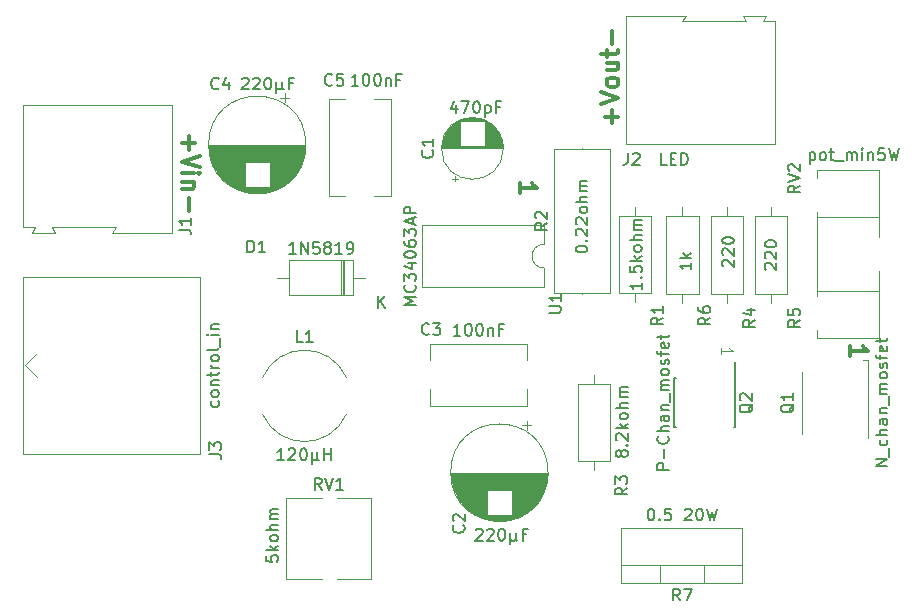
<source format=gbr>
G04 #@! TF.GenerationSoftware,KiCad,Pcbnew,5.0.2-bee76a0~70~ubuntu18.04.1*
G04 #@! TF.CreationDate,2019-07-19T14:17:51+01:00*
G04 #@! TF.ProjectId,led_driver,6c65645f-6472-4697-9665-722e6b696361,rev?*
G04 #@! TF.SameCoordinates,Original*
G04 #@! TF.FileFunction,Legend,Top*
G04 #@! TF.FilePolarity,Positive*
%FSLAX46Y46*%
G04 Gerber Fmt 4.6, Leading zero omitted, Abs format (unit mm)*
G04 Created by KiCad (PCBNEW 5.0.2-bee76a0~70~ubuntu18.04.1) date Fri 19 Jul 2019 14:17:51 BST*
%MOMM*%
%LPD*%
G01*
G04 APERTURE LIST*
%ADD10C,0.300000*%
%ADD11C,0.100000*%
%ADD12C,0.120000*%
%ADD13C,0.150000*%
G04 APERTURE END LIST*
D10*
X128721428Y-69828571D02*
X128721428Y-68971428D01*
X128721428Y-69400000D02*
X130221428Y-69400000D01*
X130007142Y-69257142D01*
X129864285Y-69114285D01*
X129792857Y-68971428D01*
X100692857Y-65021428D02*
X100692857Y-66164285D01*
X100121428Y-65592857D02*
X101264285Y-65592857D01*
X101621428Y-66664285D02*
X100121428Y-67164285D01*
X101621428Y-67664285D01*
X100121428Y-68164285D02*
X101121428Y-68164285D01*
X101621428Y-68164285D02*
X101550000Y-68092857D01*
X101478571Y-68164285D01*
X101550000Y-68235714D01*
X101621428Y-68164285D01*
X101478571Y-68164285D01*
X101121428Y-68878571D02*
X100121428Y-68878571D01*
X100978571Y-68878571D02*
X101050000Y-68950000D01*
X101121428Y-69092857D01*
X101121428Y-69307142D01*
X101050000Y-69450000D01*
X100907142Y-69521428D01*
X100121428Y-69521428D01*
X100692857Y-70235714D02*
X100692857Y-71378571D01*
X136507142Y-63928571D02*
X136507142Y-62785714D01*
X137078571Y-63357142D02*
X135935714Y-63357142D01*
X135578571Y-62285714D02*
X137078571Y-61785714D01*
X135578571Y-61285714D01*
X137078571Y-60571428D02*
X137007142Y-60714285D01*
X136935714Y-60785714D01*
X136792857Y-60857142D01*
X136364285Y-60857142D01*
X136221428Y-60785714D01*
X136150000Y-60714285D01*
X136078571Y-60571428D01*
X136078571Y-60357142D01*
X136150000Y-60214285D01*
X136221428Y-60142857D01*
X136364285Y-60071428D01*
X136792857Y-60071428D01*
X136935714Y-60142857D01*
X137007142Y-60214285D01*
X137078571Y-60357142D01*
X137078571Y-60571428D01*
X136078571Y-58785714D02*
X137078571Y-58785714D01*
X136078571Y-59428571D02*
X136864285Y-59428571D01*
X137007142Y-59357142D01*
X137078571Y-59214285D01*
X137078571Y-59000000D01*
X137007142Y-58857142D01*
X136935714Y-58785714D01*
X136078571Y-58285714D02*
X136078571Y-57714285D01*
X135578571Y-58071428D02*
X136864285Y-58071428D01*
X137007142Y-58000000D01*
X137078571Y-57857142D01*
X137078571Y-57714285D01*
X136507142Y-57214285D02*
X136507142Y-56071428D01*
X156721428Y-83628571D02*
X156721428Y-82771428D01*
X156721428Y-83200000D02*
X158221428Y-83200000D01*
X158007142Y-83057142D01*
X157864285Y-82914285D01*
X157792857Y-82771428D01*
D11*
X145747619Y-83485714D02*
X145747619Y-82914285D01*
X145747619Y-83200000D02*
X146747619Y-83200000D01*
X146604761Y-83104761D01*
X146509523Y-83009523D01*
X146461904Y-82914285D01*
D12*
G04 #@! TO.C,C1*
X127334000Y-66046800D02*
G75*
G03X127334000Y-66046800I-2620000J0D01*
G01*
X122134000Y-66046800D02*
X127294000Y-66046800D01*
X122134000Y-66006800D02*
X127294000Y-66006800D01*
X122135000Y-65966800D02*
X127293000Y-65966800D01*
X122136000Y-65926800D02*
X127292000Y-65926800D01*
X122138000Y-65886800D02*
X127290000Y-65886800D01*
X122141000Y-65846800D02*
X127287000Y-65846800D01*
X122145000Y-65806800D02*
X123674000Y-65806800D01*
X125754000Y-65806800D02*
X127283000Y-65806800D01*
X122149000Y-65766800D02*
X123674000Y-65766800D01*
X125754000Y-65766800D02*
X127279000Y-65766800D01*
X122153000Y-65726800D02*
X123674000Y-65726800D01*
X125754000Y-65726800D02*
X127275000Y-65726800D01*
X122158000Y-65686800D02*
X123674000Y-65686800D01*
X125754000Y-65686800D02*
X127270000Y-65686800D01*
X122164000Y-65646800D02*
X123674000Y-65646800D01*
X125754000Y-65646800D02*
X127264000Y-65646800D01*
X122171000Y-65606800D02*
X123674000Y-65606800D01*
X125754000Y-65606800D02*
X127257000Y-65606800D01*
X122178000Y-65566800D02*
X123674000Y-65566800D01*
X125754000Y-65566800D02*
X127250000Y-65566800D01*
X122186000Y-65526800D02*
X123674000Y-65526800D01*
X125754000Y-65526800D02*
X127242000Y-65526800D01*
X122194000Y-65486800D02*
X123674000Y-65486800D01*
X125754000Y-65486800D02*
X127234000Y-65486800D01*
X122203000Y-65446800D02*
X123674000Y-65446800D01*
X125754000Y-65446800D02*
X127225000Y-65446800D01*
X122213000Y-65406800D02*
X123674000Y-65406800D01*
X125754000Y-65406800D02*
X127215000Y-65406800D01*
X122223000Y-65366800D02*
X123674000Y-65366800D01*
X125754000Y-65366800D02*
X127205000Y-65366800D01*
X122234000Y-65325800D02*
X123674000Y-65325800D01*
X125754000Y-65325800D02*
X127194000Y-65325800D01*
X122246000Y-65285800D02*
X123674000Y-65285800D01*
X125754000Y-65285800D02*
X127182000Y-65285800D01*
X122259000Y-65245800D02*
X123674000Y-65245800D01*
X125754000Y-65245800D02*
X127169000Y-65245800D01*
X122272000Y-65205800D02*
X123674000Y-65205800D01*
X125754000Y-65205800D02*
X127156000Y-65205800D01*
X122286000Y-65165800D02*
X123674000Y-65165800D01*
X125754000Y-65165800D02*
X127142000Y-65165800D01*
X122300000Y-65125800D02*
X123674000Y-65125800D01*
X125754000Y-65125800D02*
X127128000Y-65125800D01*
X122316000Y-65085800D02*
X123674000Y-65085800D01*
X125754000Y-65085800D02*
X127112000Y-65085800D01*
X122332000Y-65045800D02*
X123674000Y-65045800D01*
X125754000Y-65045800D02*
X127096000Y-65045800D01*
X122349000Y-65005800D02*
X123674000Y-65005800D01*
X125754000Y-65005800D02*
X127079000Y-65005800D01*
X122366000Y-64965800D02*
X123674000Y-64965800D01*
X125754000Y-64965800D02*
X127062000Y-64965800D01*
X122385000Y-64925800D02*
X123674000Y-64925800D01*
X125754000Y-64925800D02*
X127043000Y-64925800D01*
X122404000Y-64885800D02*
X123674000Y-64885800D01*
X125754000Y-64885800D02*
X127024000Y-64885800D01*
X122424000Y-64845800D02*
X123674000Y-64845800D01*
X125754000Y-64845800D02*
X127004000Y-64845800D01*
X122446000Y-64805800D02*
X123674000Y-64805800D01*
X125754000Y-64805800D02*
X126982000Y-64805800D01*
X122467000Y-64765800D02*
X123674000Y-64765800D01*
X125754000Y-64765800D02*
X126961000Y-64765800D01*
X122490000Y-64725800D02*
X123674000Y-64725800D01*
X125754000Y-64725800D02*
X126938000Y-64725800D01*
X122514000Y-64685800D02*
X123674000Y-64685800D01*
X125754000Y-64685800D02*
X126914000Y-64685800D01*
X122539000Y-64645800D02*
X123674000Y-64645800D01*
X125754000Y-64645800D02*
X126889000Y-64645800D01*
X122565000Y-64605800D02*
X123674000Y-64605800D01*
X125754000Y-64605800D02*
X126863000Y-64605800D01*
X122592000Y-64565800D02*
X123674000Y-64565800D01*
X125754000Y-64565800D02*
X126836000Y-64565800D01*
X122619000Y-64525800D02*
X123674000Y-64525800D01*
X125754000Y-64525800D02*
X126809000Y-64525800D01*
X122649000Y-64485800D02*
X123674000Y-64485800D01*
X125754000Y-64485800D02*
X126779000Y-64485800D01*
X122679000Y-64445800D02*
X123674000Y-64445800D01*
X125754000Y-64445800D02*
X126749000Y-64445800D01*
X122710000Y-64405800D02*
X123674000Y-64405800D01*
X125754000Y-64405800D02*
X126718000Y-64405800D01*
X122743000Y-64365800D02*
X123674000Y-64365800D01*
X125754000Y-64365800D02*
X126685000Y-64365800D01*
X122777000Y-64325800D02*
X123674000Y-64325800D01*
X125754000Y-64325800D02*
X126651000Y-64325800D01*
X122813000Y-64285800D02*
X123674000Y-64285800D01*
X125754000Y-64285800D02*
X126615000Y-64285800D01*
X122850000Y-64245800D02*
X123674000Y-64245800D01*
X125754000Y-64245800D02*
X126578000Y-64245800D01*
X122888000Y-64205800D02*
X123674000Y-64205800D01*
X125754000Y-64205800D02*
X126540000Y-64205800D01*
X122929000Y-64165800D02*
X123674000Y-64165800D01*
X125754000Y-64165800D02*
X126499000Y-64165800D01*
X122971000Y-64125800D02*
X123674000Y-64125800D01*
X125754000Y-64125800D02*
X126457000Y-64125800D01*
X123015000Y-64085800D02*
X123674000Y-64085800D01*
X125754000Y-64085800D02*
X126413000Y-64085800D01*
X123061000Y-64045800D02*
X123674000Y-64045800D01*
X125754000Y-64045800D02*
X126367000Y-64045800D01*
X123109000Y-64005800D02*
X123674000Y-64005800D01*
X125754000Y-64005800D02*
X126319000Y-64005800D01*
X123160000Y-63965800D02*
X123674000Y-63965800D01*
X125754000Y-63965800D02*
X126268000Y-63965800D01*
X123214000Y-63925800D02*
X123674000Y-63925800D01*
X125754000Y-63925800D02*
X126214000Y-63925800D01*
X123271000Y-63885800D02*
X123674000Y-63885800D01*
X125754000Y-63885800D02*
X126157000Y-63885800D01*
X123331000Y-63845800D02*
X123674000Y-63845800D01*
X125754000Y-63845800D02*
X126097000Y-63845800D01*
X123395000Y-63805800D02*
X123674000Y-63805800D01*
X125754000Y-63805800D02*
X126033000Y-63805800D01*
X123463000Y-63765800D02*
X123674000Y-63765800D01*
X125754000Y-63765800D02*
X125965000Y-63765800D01*
X123536000Y-63725800D02*
X125892000Y-63725800D01*
X123616000Y-63685800D02*
X125812000Y-63685800D01*
X123703000Y-63645800D02*
X125725000Y-63645800D01*
X123799000Y-63605800D02*
X125629000Y-63605800D01*
X123909000Y-63565800D02*
X125519000Y-63565800D01*
X124037000Y-63525800D02*
X125391000Y-63525800D01*
X124196000Y-63485800D02*
X125232000Y-63485800D01*
X124430000Y-63445800D02*
X124998000Y-63445800D01*
X123239000Y-68851575D02*
X123239000Y-68351575D01*
X122989000Y-68601575D02*
X123489000Y-68601575D01*
G04 #@! TO.C,C2*
X131120000Y-93500000D02*
G75*
G03X131120000Y-93500000I-4120000J0D01*
G01*
X131080000Y-93500000D02*
X122920000Y-93500000D01*
X131080000Y-93540000D02*
X122920000Y-93540000D01*
X131080000Y-93580000D02*
X122920000Y-93580000D01*
X131079000Y-93620000D02*
X122921000Y-93620000D01*
X131077000Y-93660000D02*
X122923000Y-93660000D01*
X131076000Y-93700000D02*
X122924000Y-93700000D01*
X131074000Y-93740000D02*
X122926000Y-93740000D01*
X131071000Y-93780000D02*
X122929000Y-93780000D01*
X131068000Y-93820000D02*
X122932000Y-93820000D01*
X131065000Y-93860000D02*
X122935000Y-93860000D01*
X131061000Y-93900000D02*
X122939000Y-93900000D01*
X131057000Y-93940000D02*
X122943000Y-93940000D01*
X131052000Y-93980000D02*
X122948000Y-93980000D01*
X131048000Y-94020000D02*
X122952000Y-94020000D01*
X131042000Y-94060000D02*
X122958000Y-94060000D01*
X131037000Y-94100000D02*
X122963000Y-94100000D01*
X131030000Y-94140000D02*
X122970000Y-94140000D01*
X131024000Y-94180000D02*
X122976000Y-94180000D01*
X131017000Y-94221000D02*
X122983000Y-94221000D01*
X131010000Y-94261000D02*
X122990000Y-94261000D01*
X131002000Y-94301000D02*
X122998000Y-94301000D01*
X130994000Y-94341000D02*
X123006000Y-94341000D01*
X130985000Y-94381000D02*
X123015000Y-94381000D01*
X130976000Y-94421000D02*
X123024000Y-94421000D01*
X130967000Y-94461000D02*
X123033000Y-94461000D01*
X130957000Y-94501000D02*
X123043000Y-94501000D01*
X130947000Y-94541000D02*
X123053000Y-94541000D01*
X130936000Y-94581000D02*
X123064000Y-94581000D01*
X130925000Y-94621000D02*
X123075000Y-94621000D01*
X130914000Y-94661000D02*
X123086000Y-94661000D01*
X130902000Y-94701000D02*
X123098000Y-94701000D01*
X130889000Y-94741000D02*
X123111000Y-94741000D01*
X130877000Y-94781000D02*
X123123000Y-94781000D01*
X130863000Y-94821000D02*
X123137000Y-94821000D01*
X130850000Y-94861000D02*
X123150000Y-94861000D01*
X130835000Y-94901000D02*
X123165000Y-94901000D01*
X130821000Y-94941000D02*
X123179000Y-94941000D01*
X130805000Y-94981000D02*
X128040000Y-94981000D01*
X125960000Y-94981000D02*
X123195000Y-94981000D01*
X130790000Y-95021000D02*
X128040000Y-95021000D01*
X125960000Y-95021000D02*
X123210000Y-95021000D01*
X130774000Y-95061000D02*
X128040000Y-95061000D01*
X125960000Y-95061000D02*
X123226000Y-95061000D01*
X130757000Y-95101000D02*
X128040000Y-95101000D01*
X125960000Y-95101000D02*
X123243000Y-95101000D01*
X130740000Y-95141000D02*
X128040000Y-95141000D01*
X125960000Y-95141000D02*
X123260000Y-95141000D01*
X130722000Y-95181000D02*
X128040000Y-95181000D01*
X125960000Y-95181000D02*
X123278000Y-95181000D01*
X130704000Y-95221000D02*
X128040000Y-95221000D01*
X125960000Y-95221000D02*
X123296000Y-95221000D01*
X130686000Y-95261000D02*
X128040000Y-95261000D01*
X125960000Y-95261000D02*
X123314000Y-95261000D01*
X130666000Y-95301000D02*
X128040000Y-95301000D01*
X125960000Y-95301000D02*
X123334000Y-95301000D01*
X130647000Y-95341000D02*
X128040000Y-95341000D01*
X125960000Y-95341000D02*
X123353000Y-95341000D01*
X130627000Y-95381000D02*
X128040000Y-95381000D01*
X125960000Y-95381000D02*
X123373000Y-95381000D01*
X130606000Y-95421000D02*
X128040000Y-95421000D01*
X125960000Y-95421000D02*
X123394000Y-95421000D01*
X130584000Y-95461000D02*
X128040000Y-95461000D01*
X125960000Y-95461000D02*
X123416000Y-95461000D01*
X130562000Y-95501000D02*
X128040000Y-95501000D01*
X125960000Y-95501000D02*
X123438000Y-95501000D01*
X130540000Y-95541000D02*
X128040000Y-95541000D01*
X125960000Y-95541000D02*
X123460000Y-95541000D01*
X130517000Y-95581000D02*
X128040000Y-95581000D01*
X125960000Y-95581000D02*
X123483000Y-95581000D01*
X130493000Y-95621000D02*
X128040000Y-95621000D01*
X125960000Y-95621000D02*
X123507000Y-95621000D01*
X130469000Y-95661000D02*
X128040000Y-95661000D01*
X125960000Y-95661000D02*
X123531000Y-95661000D01*
X130444000Y-95701000D02*
X128040000Y-95701000D01*
X125960000Y-95701000D02*
X123556000Y-95701000D01*
X130418000Y-95741000D02*
X128040000Y-95741000D01*
X125960000Y-95741000D02*
X123582000Y-95741000D01*
X130392000Y-95781000D02*
X128040000Y-95781000D01*
X125960000Y-95781000D02*
X123608000Y-95781000D01*
X130365000Y-95821000D02*
X128040000Y-95821000D01*
X125960000Y-95821000D02*
X123635000Y-95821000D01*
X130338000Y-95861000D02*
X128040000Y-95861000D01*
X125960000Y-95861000D02*
X123662000Y-95861000D01*
X130309000Y-95901000D02*
X128040000Y-95901000D01*
X125960000Y-95901000D02*
X123691000Y-95901000D01*
X130280000Y-95941000D02*
X128040000Y-95941000D01*
X125960000Y-95941000D02*
X123720000Y-95941000D01*
X130250000Y-95981000D02*
X128040000Y-95981000D01*
X125960000Y-95981000D02*
X123750000Y-95981000D01*
X130220000Y-96021000D02*
X128040000Y-96021000D01*
X125960000Y-96021000D02*
X123780000Y-96021000D01*
X130189000Y-96061000D02*
X128040000Y-96061000D01*
X125960000Y-96061000D02*
X123811000Y-96061000D01*
X130156000Y-96101000D02*
X128040000Y-96101000D01*
X125960000Y-96101000D02*
X123844000Y-96101000D01*
X130124000Y-96141000D02*
X128040000Y-96141000D01*
X125960000Y-96141000D02*
X123876000Y-96141000D01*
X130090000Y-96181000D02*
X128040000Y-96181000D01*
X125960000Y-96181000D02*
X123910000Y-96181000D01*
X130055000Y-96221000D02*
X128040000Y-96221000D01*
X125960000Y-96221000D02*
X123945000Y-96221000D01*
X130019000Y-96261000D02*
X128040000Y-96261000D01*
X125960000Y-96261000D02*
X123981000Y-96261000D01*
X129983000Y-96301000D02*
X128040000Y-96301000D01*
X125960000Y-96301000D02*
X124017000Y-96301000D01*
X129945000Y-96341000D02*
X128040000Y-96341000D01*
X125960000Y-96341000D02*
X124055000Y-96341000D01*
X129907000Y-96381000D02*
X128040000Y-96381000D01*
X125960000Y-96381000D02*
X124093000Y-96381000D01*
X129867000Y-96421000D02*
X128040000Y-96421000D01*
X125960000Y-96421000D02*
X124133000Y-96421000D01*
X129826000Y-96461000D02*
X128040000Y-96461000D01*
X125960000Y-96461000D02*
X124174000Y-96461000D01*
X129784000Y-96501000D02*
X128040000Y-96501000D01*
X125960000Y-96501000D02*
X124216000Y-96501000D01*
X129741000Y-96541000D02*
X128040000Y-96541000D01*
X125960000Y-96541000D02*
X124259000Y-96541000D01*
X129697000Y-96581000D02*
X128040000Y-96581000D01*
X125960000Y-96581000D02*
X124303000Y-96581000D01*
X129651000Y-96621000D02*
X128040000Y-96621000D01*
X125960000Y-96621000D02*
X124349000Y-96621000D01*
X129604000Y-96661000D02*
X128040000Y-96661000D01*
X125960000Y-96661000D02*
X124396000Y-96661000D01*
X129556000Y-96701000D02*
X128040000Y-96701000D01*
X125960000Y-96701000D02*
X124444000Y-96701000D01*
X129505000Y-96741000D02*
X128040000Y-96741000D01*
X125960000Y-96741000D02*
X124495000Y-96741000D01*
X129454000Y-96781000D02*
X128040000Y-96781000D01*
X125960000Y-96781000D02*
X124546000Y-96781000D01*
X129400000Y-96821000D02*
X128040000Y-96821000D01*
X125960000Y-96821000D02*
X124600000Y-96821000D01*
X129345000Y-96861000D02*
X128040000Y-96861000D01*
X125960000Y-96861000D02*
X124655000Y-96861000D01*
X129287000Y-96901000D02*
X128040000Y-96901000D01*
X125960000Y-96901000D02*
X124713000Y-96901000D01*
X129228000Y-96941000D02*
X128040000Y-96941000D01*
X125960000Y-96941000D02*
X124772000Y-96941000D01*
X129166000Y-96981000D02*
X128040000Y-96981000D01*
X125960000Y-96981000D02*
X124834000Y-96981000D01*
X129102000Y-97021000D02*
X128040000Y-97021000D01*
X125960000Y-97021000D02*
X124898000Y-97021000D01*
X129034000Y-97061000D02*
X124966000Y-97061000D01*
X128964000Y-97101000D02*
X125036000Y-97101000D01*
X128890000Y-97141000D02*
X125110000Y-97141000D01*
X128813000Y-97181000D02*
X125187000Y-97181000D01*
X128731000Y-97221000D02*
X125269000Y-97221000D01*
X128645000Y-97261000D02*
X125355000Y-97261000D01*
X128552000Y-97301000D02*
X125448000Y-97301000D01*
X128453000Y-97341000D02*
X125547000Y-97341000D01*
X128346000Y-97381000D02*
X125654000Y-97381000D01*
X128229000Y-97421000D02*
X125771000Y-97421000D01*
X128098000Y-97461000D02*
X125902000Y-97461000D01*
X127948000Y-97501000D02*
X126052000Y-97501000D01*
X127768000Y-97541000D02*
X126232000Y-97541000D01*
X127533000Y-97581000D02*
X126467000Y-97581000D01*
X129315000Y-89090302D02*
X129315000Y-89890302D01*
X129715000Y-89490302D02*
X128915000Y-89490302D01*
G04 #@! TO.C,C3*
X129370000Y-87820000D02*
X121130000Y-87820000D01*
X129370000Y-82580000D02*
X121130000Y-82580000D01*
X129370000Y-87820000D02*
X129370000Y-86456000D01*
X129370000Y-83944000D02*
X129370000Y-82580000D01*
X121130000Y-87820000D02*
X121130000Y-86456000D01*
X121130000Y-83944000D02*
X121130000Y-82580000D01*
G04 #@! TO.C,C4*
X109215000Y-61740302D02*
X108415000Y-61740302D01*
X108815000Y-61340302D02*
X108815000Y-62140302D01*
X107033000Y-69831000D02*
X105967000Y-69831000D01*
X107268000Y-69791000D02*
X105732000Y-69791000D01*
X107448000Y-69751000D02*
X105552000Y-69751000D01*
X107598000Y-69711000D02*
X105402000Y-69711000D01*
X107729000Y-69671000D02*
X105271000Y-69671000D01*
X107846000Y-69631000D02*
X105154000Y-69631000D01*
X107953000Y-69591000D02*
X105047000Y-69591000D01*
X108052000Y-69551000D02*
X104948000Y-69551000D01*
X108145000Y-69511000D02*
X104855000Y-69511000D01*
X108231000Y-69471000D02*
X104769000Y-69471000D01*
X108313000Y-69431000D02*
X104687000Y-69431000D01*
X108390000Y-69391000D02*
X104610000Y-69391000D01*
X108464000Y-69351000D02*
X104536000Y-69351000D01*
X108534000Y-69311000D02*
X104466000Y-69311000D01*
X105460000Y-69271000D02*
X104398000Y-69271000D01*
X108602000Y-69271000D02*
X107540000Y-69271000D01*
X105460000Y-69231000D02*
X104334000Y-69231000D01*
X108666000Y-69231000D02*
X107540000Y-69231000D01*
X105460000Y-69191000D02*
X104272000Y-69191000D01*
X108728000Y-69191000D02*
X107540000Y-69191000D01*
X105460000Y-69151000D02*
X104213000Y-69151000D01*
X108787000Y-69151000D02*
X107540000Y-69151000D01*
X105460000Y-69111000D02*
X104155000Y-69111000D01*
X108845000Y-69111000D02*
X107540000Y-69111000D01*
X105460000Y-69071000D02*
X104100000Y-69071000D01*
X108900000Y-69071000D02*
X107540000Y-69071000D01*
X105460000Y-69031000D02*
X104046000Y-69031000D01*
X108954000Y-69031000D02*
X107540000Y-69031000D01*
X105460000Y-68991000D02*
X103995000Y-68991000D01*
X109005000Y-68991000D02*
X107540000Y-68991000D01*
X105460000Y-68951000D02*
X103944000Y-68951000D01*
X109056000Y-68951000D02*
X107540000Y-68951000D01*
X105460000Y-68911000D02*
X103896000Y-68911000D01*
X109104000Y-68911000D02*
X107540000Y-68911000D01*
X105460000Y-68871000D02*
X103849000Y-68871000D01*
X109151000Y-68871000D02*
X107540000Y-68871000D01*
X105460000Y-68831000D02*
X103803000Y-68831000D01*
X109197000Y-68831000D02*
X107540000Y-68831000D01*
X105460000Y-68791000D02*
X103759000Y-68791000D01*
X109241000Y-68791000D02*
X107540000Y-68791000D01*
X105460000Y-68751000D02*
X103716000Y-68751000D01*
X109284000Y-68751000D02*
X107540000Y-68751000D01*
X105460000Y-68711000D02*
X103674000Y-68711000D01*
X109326000Y-68711000D02*
X107540000Y-68711000D01*
X105460000Y-68671000D02*
X103633000Y-68671000D01*
X109367000Y-68671000D02*
X107540000Y-68671000D01*
X105460000Y-68631000D02*
X103593000Y-68631000D01*
X109407000Y-68631000D02*
X107540000Y-68631000D01*
X105460000Y-68591000D02*
X103555000Y-68591000D01*
X109445000Y-68591000D02*
X107540000Y-68591000D01*
X105460000Y-68551000D02*
X103517000Y-68551000D01*
X109483000Y-68551000D02*
X107540000Y-68551000D01*
X105460000Y-68511000D02*
X103481000Y-68511000D01*
X109519000Y-68511000D02*
X107540000Y-68511000D01*
X105460000Y-68471000D02*
X103445000Y-68471000D01*
X109555000Y-68471000D02*
X107540000Y-68471000D01*
X105460000Y-68431000D02*
X103410000Y-68431000D01*
X109590000Y-68431000D02*
X107540000Y-68431000D01*
X105460000Y-68391000D02*
X103376000Y-68391000D01*
X109624000Y-68391000D02*
X107540000Y-68391000D01*
X105460000Y-68351000D02*
X103344000Y-68351000D01*
X109656000Y-68351000D02*
X107540000Y-68351000D01*
X105460000Y-68311000D02*
X103311000Y-68311000D01*
X109689000Y-68311000D02*
X107540000Y-68311000D01*
X105460000Y-68271000D02*
X103280000Y-68271000D01*
X109720000Y-68271000D02*
X107540000Y-68271000D01*
X105460000Y-68231000D02*
X103250000Y-68231000D01*
X109750000Y-68231000D02*
X107540000Y-68231000D01*
X105460000Y-68191000D02*
X103220000Y-68191000D01*
X109780000Y-68191000D02*
X107540000Y-68191000D01*
X105460000Y-68151000D02*
X103191000Y-68151000D01*
X109809000Y-68151000D02*
X107540000Y-68151000D01*
X105460000Y-68111000D02*
X103162000Y-68111000D01*
X109838000Y-68111000D02*
X107540000Y-68111000D01*
X105460000Y-68071000D02*
X103135000Y-68071000D01*
X109865000Y-68071000D02*
X107540000Y-68071000D01*
X105460000Y-68031000D02*
X103108000Y-68031000D01*
X109892000Y-68031000D02*
X107540000Y-68031000D01*
X105460000Y-67991000D02*
X103082000Y-67991000D01*
X109918000Y-67991000D02*
X107540000Y-67991000D01*
X105460000Y-67951000D02*
X103056000Y-67951000D01*
X109944000Y-67951000D02*
X107540000Y-67951000D01*
X105460000Y-67911000D02*
X103031000Y-67911000D01*
X109969000Y-67911000D02*
X107540000Y-67911000D01*
X105460000Y-67871000D02*
X103007000Y-67871000D01*
X109993000Y-67871000D02*
X107540000Y-67871000D01*
X105460000Y-67831000D02*
X102983000Y-67831000D01*
X110017000Y-67831000D02*
X107540000Y-67831000D01*
X105460000Y-67791000D02*
X102960000Y-67791000D01*
X110040000Y-67791000D02*
X107540000Y-67791000D01*
X105460000Y-67751000D02*
X102938000Y-67751000D01*
X110062000Y-67751000D02*
X107540000Y-67751000D01*
X105460000Y-67711000D02*
X102916000Y-67711000D01*
X110084000Y-67711000D02*
X107540000Y-67711000D01*
X105460000Y-67671000D02*
X102894000Y-67671000D01*
X110106000Y-67671000D02*
X107540000Y-67671000D01*
X105460000Y-67631000D02*
X102873000Y-67631000D01*
X110127000Y-67631000D02*
X107540000Y-67631000D01*
X105460000Y-67591000D02*
X102853000Y-67591000D01*
X110147000Y-67591000D02*
X107540000Y-67591000D01*
X105460000Y-67551000D02*
X102834000Y-67551000D01*
X110166000Y-67551000D02*
X107540000Y-67551000D01*
X105460000Y-67511000D02*
X102814000Y-67511000D01*
X110186000Y-67511000D02*
X107540000Y-67511000D01*
X105460000Y-67471000D02*
X102796000Y-67471000D01*
X110204000Y-67471000D02*
X107540000Y-67471000D01*
X105460000Y-67431000D02*
X102778000Y-67431000D01*
X110222000Y-67431000D02*
X107540000Y-67431000D01*
X105460000Y-67391000D02*
X102760000Y-67391000D01*
X110240000Y-67391000D02*
X107540000Y-67391000D01*
X105460000Y-67351000D02*
X102743000Y-67351000D01*
X110257000Y-67351000D02*
X107540000Y-67351000D01*
X105460000Y-67311000D02*
X102726000Y-67311000D01*
X110274000Y-67311000D02*
X107540000Y-67311000D01*
X105460000Y-67271000D02*
X102710000Y-67271000D01*
X110290000Y-67271000D02*
X107540000Y-67271000D01*
X105460000Y-67231000D02*
X102695000Y-67231000D01*
X110305000Y-67231000D02*
X107540000Y-67231000D01*
X110321000Y-67191000D02*
X102679000Y-67191000D01*
X110335000Y-67151000D02*
X102665000Y-67151000D01*
X110350000Y-67111000D02*
X102650000Y-67111000D01*
X110363000Y-67071000D02*
X102637000Y-67071000D01*
X110377000Y-67031000D02*
X102623000Y-67031000D01*
X110389000Y-66991000D02*
X102611000Y-66991000D01*
X110402000Y-66951000D02*
X102598000Y-66951000D01*
X110414000Y-66911000D02*
X102586000Y-66911000D01*
X110425000Y-66871000D02*
X102575000Y-66871000D01*
X110436000Y-66831000D02*
X102564000Y-66831000D01*
X110447000Y-66791000D02*
X102553000Y-66791000D01*
X110457000Y-66751000D02*
X102543000Y-66751000D01*
X110467000Y-66711000D02*
X102533000Y-66711000D01*
X110476000Y-66671000D02*
X102524000Y-66671000D01*
X110485000Y-66631000D02*
X102515000Y-66631000D01*
X110494000Y-66591000D02*
X102506000Y-66591000D01*
X110502000Y-66551000D02*
X102498000Y-66551000D01*
X110510000Y-66511000D02*
X102490000Y-66511000D01*
X110517000Y-66471000D02*
X102483000Y-66471000D01*
X110524000Y-66430000D02*
X102476000Y-66430000D01*
X110530000Y-66390000D02*
X102470000Y-66390000D01*
X110537000Y-66350000D02*
X102463000Y-66350000D01*
X110542000Y-66310000D02*
X102458000Y-66310000D01*
X110548000Y-66270000D02*
X102452000Y-66270000D01*
X110552000Y-66230000D02*
X102448000Y-66230000D01*
X110557000Y-66190000D02*
X102443000Y-66190000D01*
X110561000Y-66150000D02*
X102439000Y-66150000D01*
X110565000Y-66110000D02*
X102435000Y-66110000D01*
X110568000Y-66070000D02*
X102432000Y-66070000D01*
X110571000Y-66030000D02*
X102429000Y-66030000D01*
X110574000Y-65990000D02*
X102426000Y-65990000D01*
X110576000Y-65950000D02*
X102424000Y-65950000D01*
X110577000Y-65910000D02*
X102423000Y-65910000D01*
X110579000Y-65870000D02*
X102421000Y-65870000D01*
X110580000Y-65830000D02*
X102420000Y-65830000D01*
X110580000Y-65790000D02*
X102420000Y-65790000D01*
X110580000Y-65750000D02*
X102420000Y-65750000D01*
X110620000Y-65750000D02*
G75*
G03X110620000Y-65750000I-4120000J0D01*
G01*
G04 #@! TO.C,C5*
X113907600Y-70070000D02*
X112543600Y-70070000D01*
X117783600Y-70070000D02*
X116419600Y-70070000D01*
X113907600Y-61830000D02*
X112543600Y-61830000D01*
X117783600Y-61830000D02*
X116419600Y-61830000D01*
X112543600Y-61830000D02*
X112543600Y-70070000D01*
X117783600Y-61830000D02*
X117783600Y-70070000D01*
G04 #@! TO.C,D1*
X114640000Y-78470000D02*
X114640000Y-75530000D01*
X114640000Y-75530000D02*
X109200000Y-75530000D01*
X109200000Y-75530000D02*
X109200000Y-78470000D01*
X109200000Y-78470000D02*
X114640000Y-78470000D01*
X115660000Y-77000000D02*
X114640000Y-77000000D01*
X108180000Y-77000000D02*
X109200000Y-77000000D01*
X113740000Y-78470000D02*
X113740000Y-75530000D01*
X113620000Y-78470000D02*
X113620000Y-75530000D01*
X113860000Y-78470000D02*
X113860000Y-75530000D01*
G04 #@! TO.C,J1*
X99300000Y-73200000D02*
X99300000Y-62350000D01*
X94200000Y-73200000D02*
X99300000Y-73200000D01*
X94500000Y-72700000D02*
X94200000Y-73200000D01*
X89100000Y-72700000D02*
X94500000Y-72700000D01*
X89350000Y-73200000D02*
X89100000Y-72700000D01*
X89300000Y-73200000D02*
X89350000Y-73200000D01*
X87400000Y-73200000D02*
X89300000Y-73200000D01*
X87650000Y-72700000D02*
X87400000Y-73200000D01*
X86700000Y-72700000D02*
X87650000Y-72700000D01*
X86700000Y-62350000D02*
X86700000Y-72700000D01*
X99300000Y-62350000D02*
X86700000Y-62350000D01*
G04 #@! TO.C,J2*
X137700000Y-65650000D02*
X150300000Y-65650000D01*
X150300000Y-65650000D02*
X150300000Y-55300000D01*
X150300000Y-55300000D02*
X149350000Y-55300000D01*
X149350000Y-55300000D02*
X149600000Y-54800000D01*
X149600000Y-54800000D02*
X147700000Y-54800000D01*
X147700000Y-54800000D02*
X147650000Y-54800000D01*
X147650000Y-54800000D02*
X147900000Y-55300000D01*
X147900000Y-55300000D02*
X142500000Y-55300000D01*
X142500000Y-55300000D02*
X142800000Y-54800000D01*
X142800000Y-54800000D02*
X137700000Y-54800000D01*
X137700000Y-54800000D02*
X137700000Y-65650000D01*
G04 #@! TO.C,J3*
X86639400Y-91904200D02*
X86639400Y-76904200D01*
X86639400Y-76904200D02*
X101639400Y-76904200D01*
X101639400Y-76904200D02*
X101639400Y-91904200D01*
X101639400Y-91904200D02*
X86639400Y-91904200D01*
X86839400Y-84404200D02*
X87839400Y-85404200D01*
X86839400Y-84404200D02*
X87839400Y-83404200D01*
G04 #@! TO.C,Q1*
X158200000Y-84000000D02*
X157800000Y-84000000D01*
X158200000Y-90600000D02*
X158200000Y-84000000D01*
X152600000Y-90200000D02*
X152600000Y-85000000D01*
D13*
G04 #@! TO.C,Q2*
X146975000Y-85525000D02*
X146925000Y-85525000D01*
X146975000Y-89675000D02*
X146830000Y-89675000D01*
X141825000Y-89675000D02*
X141970000Y-89675000D01*
X141825000Y-85525000D02*
X141970000Y-85525000D01*
X146975000Y-85525000D02*
X146975000Y-89675000D01*
X141825000Y-85525000D02*
X141825000Y-89675000D01*
X146925000Y-85525000D02*
X146925000Y-84125000D01*
D12*
G04 #@! TO.C,R1*
X137130000Y-78288400D02*
X139870000Y-78288400D01*
X139870000Y-78288400D02*
X139870000Y-71748400D01*
X139870000Y-71748400D02*
X137130000Y-71748400D01*
X137130000Y-71748400D02*
X137130000Y-78288400D01*
X138500000Y-79058400D02*
X138500000Y-78288400D01*
X138500000Y-70978400D02*
X138500000Y-71748400D01*
G04 #@! TO.C,R3*
X135000000Y-93320000D02*
X135000000Y-92550000D01*
X135000000Y-85240000D02*
X135000000Y-86010000D01*
X136370000Y-92550000D02*
X136370000Y-86010000D01*
X133630000Y-92550000D02*
X136370000Y-92550000D01*
X133630000Y-86010000D02*
X133630000Y-92550000D01*
X136370000Y-86010000D02*
X133630000Y-86010000D01*
G04 #@! TO.C,R4*
X147620000Y-71810000D02*
X144880000Y-71810000D01*
X144880000Y-71810000D02*
X144880000Y-78350000D01*
X144880000Y-78350000D02*
X147620000Y-78350000D01*
X147620000Y-78350000D02*
X147620000Y-71810000D01*
X146250000Y-71040000D02*
X146250000Y-71810000D01*
X146250000Y-79120000D02*
X146250000Y-78350000D01*
G04 #@! TO.C,R5*
X151370000Y-71810000D02*
X148630000Y-71810000D01*
X148630000Y-71810000D02*
X148630000Y-78350000D01*
X148630000Y-78350000D02*
X151370000Y-78350000D01*
X151370000Y-78350000D02*
X151370000Y-71810000D01*
X150000000Y-71040000D02*
X150000000Y-71810000D01*
X150000000Y-79120000D02*
X150000000Y-78350000D01*
G04 #@! TO.C,R6*
X142500000Y-71040000D02*
X142500000Y-71810000D01*
X142500000Y-79120000D02*
X142500000Y-78350000D01*
X141130000Y-71810000D02*
X141130000Y-78350000D01*
X143870000Y-71810000D02*
X141130000Y-71810000D01*
X143870000Y-78350000D02*
X143870000Y-71810000D01*
X141130000Y-78350000D02*
X143870000Y-78350000D01*
G04 #@! TO.C,RV2*
X153879000Y-67880000D02*
X159120000Y-67880000D01*
X153879000Y-82120000D02*
X159120000Y-82120000D01*
X159120000Y-67880000D02*
X159120000Y-73575000D01*
X159120000Y-76425000D02*
X159120000Y-82120000D01*
X153879000Y-81425000D02*
X153879000Y-82120000D01*
X153879000Y-67880000D02*
X153879000Y-68574000D01*
X153879000Y-71426000D02*
X153879000Y-78575000D01*
X153879000Y-71880000D02*
X159120000Y-71880000D01*
X153879000Y-78121000D02*
X159120000Y-78121000D01*
X153879000Y-71880000D02*
X153879000Y-78121000D01*
X159120000Y-71880000D02*
X159120000Y-73575000D01*
X159120000Y-76425000D02*
X159120000Y-78121000D01*
G04 #@! TO.C,U1*
X130768400Y-76170800D02*
G75*
G02X130768400Y-74170800I0J1000000D01*
G01*
X130768400Y-74170800D02*
X130768400Y-72520800D01*
X130768400Y-72520800D02*
X120488400Y-72520800D01*
X120488400Y-72520800D02*
X120488400Y-77820800D01*
X120488400Y-77820800D02*
X130768400Y-77820800D01*
X130768400Y-77820800D02*
X130768400Y-76170800D01*
G04 #@! TO.C,L1*
X114041652Y-85440000D02*
G75*
G03X106958348Y-85440000I-3541652J-1560000D01*
G01*
X114041652Y-88560000D02*
G75*
G02X106958348Y-88560000I-3541652J1560000D01*
G01*
G04 #@! TO.C,R2*
X131589600Y-78250000D02*
X136329600Y-78250000D01*
X136329600Y-78250000D02*
X136329600Y-66110000D01*
X136329600Y-66110000D02*
X131589600Y-66110000D01*
X131589600Y-66110000D02*
X131589600Y-78250000D01*
X133959600Y-78360000D02*
X133959600Y-78250000D01*
X133959600Y-66000000D02*
X133959600Y-66110000D01*
G04 #@! TO.C,R7*
X147580000Y-102870000D02*
X137340000Y-102870000D01*
X147580000Y-98229000D02*
X137340000Y-98229000D01*
X147580000Y-102870000D02*
X147580000Y-98229000D01*
X137340000Y-102870000D02*
X137340000Y-98229000D01*
X147580000Y-101360000D02*
X137340000Y-101360000D01*
X144310000Y-102870000D02*
X144310000Y-101360000D01*
X140609000Y-102870000D02*
X140609000Y-101360000D01*
G04 #@! TO.C,RV1*
X108920000Y-95640000D02*
X111950000Y-95640000D01*
X113250000Y-95640000D02*
X116160000Y-95640000D01*
X108920000Y-102480000D02*
X111950000Y-102480000D01*
X113250000Y-102480000D02*
X116160000Y-102480000D01*
X108920000Y-95640000D02*
X108920000Y-102480000D01*
X116160000Y-95640000D02*
X116160000Y-102480000D01*
G04 #@! TO.C,C1*
D13*
X121321142Y-66213466D02*
X121368761Y-66261085D01*
X121416380Y-66403942D01*
X121416380Y-66499180D01*
X121368761Y-66642038D01*
X121273523Y-66737276D01*
X121178285Y-66784895D01*
X120987809Y-66832514D01*
X120844952Y-66832514D01*
X120654476Y-66784895D01*
X120559238Y-66737276D01*
X120464000Y-66642038D01*
X120416380Y-66499180D01*
X120416380Y-66403942D01*
X120464000Y-66261085D01*
X120511619Y-66213466D01*
X121416380Y-65261085D02*
X121416380Y-65832514D01*
X121416380Y-65546800D02*
X120416380Y-65546800D01*
X120559238Y-65642038D01*
X120654476Y-65737276D01*
X120702095Y-65832514D01*
X123357142Y-62385714D02*
X123357142Y-63052380D01*
X123119047Y-62004761D02*
X122880952Y-62719047D01*
X123500000Y-62719047D01*
X123785714Y-62052380D02*
X124452380Y-62052380D01*
X124023809Y-63052380D01*
X125023809Y-62052380D02*
X125119047Y-62052380D01*
X125214285Y-62100000D01*
X125261904Y-62147619D01*
X125309523Y-62242857D01*
X125357142Y-62433333D01*
X125357142Y-62671428D01*
X125309523Y-62861904D01*
X125261904Y-62957142D01*
X125214285Y-63004761D01*
X125119047Y-63052380D01*
X125023809Y-63052380D01*
X124928571Y-63004761D01*
X124880952Y-62957142D01*
X124833333Y-62861904D01*
X124785714Y-62671428D01*
X124785714Y-62433333D01*
X124833333Y-62242857D01*
X124880952Y-62147619D01*
X124928571Y-62100000D01*
X125023809Y-62052380D01*
X125785714Y-62385714D02*
X125785714Y-63385714D01*
X125785714Y-62433333D02*
X125880952Y-62385714D01*
X126071428Y-62385714D01*
X126166666Y-62433333D01*
X126214285Y-62480952D01*
X126261904Y-62576190D01*
X126261904Y-62861904D01*
X126214285Y-62957142D01*
X126166666Y-63004761D01*
X126071428Y-63052380D01*
X125880952Y-63052380D01*
X125785714Y-63004761D01*
X127023809Y-62528571D02*
X126690476Y-62528571D01*
X126690476Y-63052380D02*
X126690476Y-62052380D01*
X127166666Y-62052380D01*
G04 #@! TO.C,C2*
X123957142Y-97966666D02*
X124004761Y-98014285D01*
X124052380Y-98157142D01*
X124052380Y-98252380D01*
X124004761Y-98395238D01*
X123909523Y-98490476D01*
X123814285Y-98538095D01*
X123623809Y-98585714D01*
X123480952Y-98585714D01*
X123290476Y-98538095D01*
X123195238Y-98490476D01*
X123100000Y-98395238D01*
X123052380Y-98252380D01*
X123052380Y-98157142D01*
X123100000Y-98014285D01*
X123147619Y-97966666D01*
X123147619Y-97585714D02*
X123100000Y-97538095D01*
X123052380Y-97442857D01*
X123052380Y-97204761D01*
X123100000Y-97109523D01*
X123147619Y-97061904D01*
X123242857Y-97014285D01*
X123338095Y-97014285D01*
X123480952Y-97061904D01*
X124052380Y-97633333D01*
X124052380Y-97014285D01*
X125009523Y-98347619D02*
X125057142Y-98300000D01*
X125152380Y-98252380D01*
X125390476Y-98252380D01*
X125485714Y-98300000D01*
X125533333Y-98347619D01*
X125580952Y-98442857D01*
X125580952Y-98538095D01*
X125533333Y-98680952D01*
X124961904Y-99252380D01*
X125580952Y-99252380D01*
X125961904Y-98347619D02*
X126009523Y-98300000D01*
X126104761Y-98252380D01*
X126342857Y-98252380D01*
X126438095Y-98300000D01*
X126485714Y-98347619D01*
X126533333Y-98442857D01*
X126533333Y-98538095D01*
X126485714Y-98680952D01*
X125914285Y-99252380D01*
X126533333Y-99252380D01*
X127152380Y-98252380D02*
X127247619Y-98252380D01*
X127342857Y-98300000D01*
X127390476Y-98347619D01*
X127438095Y-98442857D01*
X127485714Y-98633333D01*
X127485714Y-98871428D01*
X127438095Y-99061904D01*
X127390476Y-99157142D01*
X127342857Y-99204761D01*
X127247619Y-99252380D01*
X127152380Y-99252380D01*
X127057142Y-99204761D01*
X127009523Y-99157142D01*
X126961904Y-99061904D01*
X126914285Y-98871428D01*
X126914285Y-98633333D01*
X126961904Y-98442857D01*
X127009523Y-98347619D01*
X127057142Y-98300000D01*
X127152380Y-98252380D01*
X127914285Y-98585714D02*
X127914285Y-99585714D01*
X128390476Y-99109523D02*
X128438095Y-99204761D01*
X128533333Y-99252380D01*
X127914285Y-99109523D02*
X127961904Y-99204761D01*
X128057142Y-99252380D01*
X128247619Y-99252380D01*
X128342857Y-99204761D01*
X128390476Y-99109523D01*
X128390476Y-98585714D01*
X129295238Y-98728571D02*
X128961904Y-98728571D01*
X128961904Y-99252380D02*
X128961904Y-98252380D01*
X129438095Y-98252380D01*
G04 #@! TO.C,C3*
X121033333Y-81757142D02*
X120985714Y-81804761D01*
X120842857Y-81852380D01*
X120747619Y-81852380D01*
X120604761Y-81804761D01*
X120509523Y-81709523D01*
X120461904Y-81614285D01*
X120414285Y-81423809D01*
X120414285Y-81280952D01*
X120461904Y-81090476D01*
X120509523Y-80995238D01*
X120604761Y-80900000D01*
X120747619Y-80852380D01*
X120842857Y-80852380D01*
X120985714Y-80900000D01*
X121033333Y-80947619D01*
X121366666Y-80852380D02*
X121985714Y-80852380D01*
X121652380Y-81233333D01*
X121795238Y-81233333D01*
X121890476Y-81280952D01*
X121938095Y-81328571D01*
X121985714Y-81423809D01*
X121985714Y-81661904D01*
X121938095Y-81757142D01*
X121890476Y-81804761D01*
X121795238Y-81852380D01*
X121509523Y-81852380D01*
X121414285Y-81804761D01*
X121366666Y-81757142D01*
X123702380Y-81902380D02*
X123130952Y-81902380D01*
X123416666Y-81902380D02*
X123416666Y-80902380D01*
X123321428Y-81045238D01*
X123226190Y-81140476D01*
X123130952Y-81188095D01*
X124321428Y-80902380D02*
X124416666Y-80902380D01*
X124511904Y-80950000D01*
X124559523Y-80997619D01*
X124607142Y-81092857D01*
X124654761Y-81283333D01*
X124654761Y-81521428D01*
X124607142Y-81711904D01*
X124559523Y-81807142D01*
X124511904Y-81854761D01*
X124416666Y-81902380D01*
X124321428Y-81902380D01*
X124226190Y-81854761D01*
X124178571Y-81807142D01*
X124130952Y-81711904D01*
X124083333Y-81521428D01*
X124083333Y-81283333D01*
X124130952Y-81092857D01*
X124178571Y-80997619D01*
X124226190Y-80950000D01*
X124321428Y-80902380D01*
X125273809Y-80902380D02*
X125369047Y-80902380D01*
X125464285Y-80950000D01*
X125511904Y-80997619D01*
X125559523Y-81092857D01*
X125607142Y-81283333D01*
X125607142Y-81521428D01*
X125559523Y-81711904D01*
X125511904Y-81807142D01*
X125464285Y-81854761D01*
X125369047Y-81902380D01*
X125273809Y-81902380D01*
X125178571Y-81854761D01*
X125130952Y-81807142D01*
X125083333Y-81711904D01*
X125035714Y-81521428D01*
X125035714Y-81283333D01*
X125083333Y-81092857D01*
X125130952Y-80997619D01*
X125178571Y-80950000D01*
X125273809Y-80902380D01*
X126035714Y-81235714D02*
X126035714Y-81902380D01*
X126035714Y-81330952D02*
X126083333Y-81283333D01*
X126178571Y-81235714D01*
X126321428Y-81235714D01*
X126416666Y-81283333D01*
X126464285Y-81378571D01*
X126464285Y-81902380D01*
X127273809Y-81378571D02*
X126940476Y-81378571D01*
X126940476Y-81902380D02*
X126940476Y-80902380D01*
X127416666Y-80902380D01*
G04 #@! TO.C,C4*
X103233333Y-60957142D02*
X103185714Y-61004761D01*
X103042857Y-61052380D01*
X102947619Y-61052380D01*
X102804761Y-61004761D01*
X102709523Y-60909523D01*
X102661904Y-60814285D01*
X102614285Y-60623809D01*
X102614285Y-60480952D01*
X102661904Y-60290476D01*
X102709523Y-60195238D01*
X102804761Y-60100000D01*
X102947619Y-60052380D01*
X103042857Y-60052380D01*
X103185714Y-60100000D01*
X103233333Y-60147619D01*
X104090476Y-60385714D02*
X104090476Y-61052380D01*
X103852380Y-60004761D02*
X103614285Y-60719047D01*
X104233333Y-60719047D01*
X105209523Y-60147619D02*
X105257142Y-60100000D01*
X105352380Y-60052380D01*
X105590476Y-60052380D01*
X105685714Y-60100000D01*
X105733333Y-60147619D01*
X105780952Y-60242857D01*
X105780952Y-60338095D01*
X105733333Y-60480952D01*
X105161904Y-61052380D01*
X105780952Y-61052380D01*
X106161904Y-60147619D02*
X106209523Y-60100000D01*
X106304761Y-60052380D01*
X106542857Y-60052380D01*
X106638095Y-60100000D01*
X106685714Y-60147619D01*
X106733333Y-60242857D01*
X106733333Y-60338095D01*
X106685714Y-60480952D01*
X106114285Y-61052380D01*
X106733333Y-61052380D01*
X107352380Y-60052380D02*
X107447619Y-60052380D01*
X107542857Y-60100000D01*
X107590476Y-60147619D01*
X107638095Y-60242857D01*
X107685714Y-60433333D01*
X107685714Y-60671428D01*
X107638095Y-60861904D01*
X107590476Y-60957142D01*
X107542857Y-61004761D01*
X107447619Y-61052380D01*
X107352380Y-61052380D01*
X107257142Y-61004761D01*
X107209523Y-60957142D01*
X107161904Y-60861904D01*
X107114285Y-60671428D01*
X107114285Y-60433333D01*
X107161904Y-60242857D01*
X107209523Y-60147619D01*
X107257142Y-60100000D01*
X107352380Y-60052380D01*
X108114285Y-60385714D02*
X108114285Y-61385714D01*
X108590476Y-60909523D02*
X108638095Y-61004761D01*
X108733333Y-61052380D01*
X108114285Y-60909523D02*
X108161904Y-61004761D01*
X108257142Y-61052380D01*
X108447619Y-61052380D01*
X108542857Y-61004761D01*
X108590476Y-60909523D01*
X108590476Y-60385714D01*
X109495238Y-60528571D02*
X109161904Y-60528571D01*
X109161904Y-61052380D02*
X109161904Y-60052380D01*
X109638095Y-60052380D01*
G04 #@! TO.C,C5*
X112833333Y-60644742D02*
X112785714Y-60692361D01*
X112642857Y-60739980D01*
X112547619Y-60739980D01*
X112404761Y-60692361D01*
X112309523Y-60597123D01*
X112261904Y-60501885D01*
X112214285Y-60311409D01*
X112214285Y-60168552D01*
X112261904Y-59978076D01*
X112309523Y-59882838D01*
X112404761Y-59787600D01*
X112547619Y-59739980D01*
X112642857Y-59739980D01*
X112785714Y-59787600D01*
X112833333Y-59835219D01*
X113738095Y-59739980D02*
X113261904Y-59739980D01*
X113214285Y-60216171D01*
X113261904Y-60168552D01*
X113357142Y-60120933D01*
X113595238Y-60120933D01*
X113690476Y-60168552D01*
X113738095Y-60216171D01*
X113785714Y-60311409D01*
X113785714Y-60549504D01*
X113738095Y-60644742D01*
X113690476Y-60692361D01*
X113595238Y-60739980D01*
X113357142Y-60739980D01*
X113261904Y-60692361D01*
X113214285Y-60644742D01*
X115052380Y-60739980D02*
X114480952Y-60739980D01*
X114766666Y-60739980D02*
X114766666Y-59739980D01*
X114671428Y-59882838D01*
X114576190Y-59978076D01*
X114480952Y-60025695D01*
X115671428Y-59739980D02*
X115766666Y-59739980D01*
X115861904Y-59787600D01*
X115909523Y-59835219D01*
X115957142Y-59930457D01*
X116004761Y-60120933D01*
X116004761Y-60359028D01*
X115957142Y-60549504D01*
X115909523Y-60644742D01*
X115861904Y-60692361D01*
X115766666Y-60739980D01*
X115671428Y-60739980D01*
X115576190Y-60692361D01*
X115528571Y-60644742D01*
X115480952Y-60549504D01*
X115433333Y-60359028D01*
X115433333Y-60120933D01*
X115480952Y-59930457D01*
X115528571Y-59835219D01*
X115576190Y-59787600D01*
X115671428Y-59739980D01*
X116623809Y-59739980D02*
X116719047Y-59739980D01*
X116814285Y-59787600D01*
X116861904Y-59835219D01*
X116909523Y-59930457D01*
X116957142Y-60120933D01*
X116957142Y-60359028D01*
X116909523Y-60549504D01*
X116861904Y-60644742D01*
X116814285Y-60692361D01*
X116719047Y-60739980D01*
X116623809Y-60739980D01*
X116528571Y-60692361D01*
X116480952Y-60644742D01*
X116433333Y-60549504D01*
X116385714Y-60359028D01*
X116385714Y-60120933D01*
X116433333Y-59930457D01*
X116480952Y-59835219D01*
X116528571Y-59787600D01*
X116623809Y-59739980D01*
X117385714Y-60073314D02*
X117385714Y-60739980D01*
X117385714Y-60168552D02*
X117433333Y-60120933D01*
X117528571Y-60073314D01*
X117671428Y-60073314D01*
X117766666Y-60120933D01*
X117814285Y-60216171D01*
X117814285Y-60739980D01*
X118623809Y-60216171D02*
X118290476Y-60216171D01*
X118290476Y-60739980D02*
X118290476Y-59739980D01*
X118766666Y-59739980D01*
G04 #@! TO.C,D1*
X105661904Y-74852380D02*
X105661904Y-73852380D01*
X105900000Y-73852380D01*
X106042857Y-73900000D01*
X106138095Y-73995238D01*
X106185714Y-74090476D01*
X106233333Y-74280952D01*
X106233333Y-74423809D01*
X106185714Y-74614285D01*
X106138095Y-74709523D01*
X106042857Y-74804761D01*
X105900000Y-74852380D01*
X105661904Y-74852380D01*
X107185714Y-74852380D02*
X106614285Y-74852380D01*
X106900000Y-74852380D02*
X106900000Y-73852380D01*
X106804761Y-73995238D01*
X106709523Y-74090476D01*
X106614285Y-74138095D01*
X109777142Y-74982380D02*
X109205714Y-74982380D01*
X109491428Y-74982380D02*
X109491428Y-73982380D01*
X109396190Y-74125238D01*
X109300952Y-74220476D01*
X109205714Y-74268095D01*
X110205714Y-74982380D02*
X110205714Y-73982380D01*
X110777142Y-74982380D01*
X110777142Y-73982380D01*
X111729523Y-73982380D02*
X111253333Y-73982380D01*
X111205714Y-74458571D01*
X111253333Y-74410952D01*
X111348571Y-74363333D01*
X111586666Y-74363333D01*
X111681904Y-74410952D01*
X111729523Y-74458571D01*
X111777142Y-74553809D01*
X111777142Y-74791904D01*
X111729523Y-74887142D01*
X111681904Y-74934761D01*
X111586666Y-74982380D01*
X111348571Y-74982380D01*
X111253333Y-74934761D01*
X111205714Y-74887142D01*
X112348571Y-74410952D02*
X112253333Y-74363333D01*
X112205714Y-74315714D01*
X112158095Y-74220476D01*
X112158095Y-74172857D01*
X112205714Y-74077619D01*
X112253333Y-74030000D01*
X112348571Y-73982380D01*
X112539047Y-73982380D01*
X112634285Y-74030000D01*
X112681904Y-74077619D01*
X112729523Y-74172857D01*
X112729523Y-74220476D01*
X112681904Y-74315714D01*
X112634285Y-74363333D01*
X112539047Y-74410952D01*
X112348571Y-74410952D01*
X112253333Y-74458571D01*
X112205714Y-74506190D01*
X112158095Y-74601428D01*
X112158095Y-74791904D01*
X112205714Y-74887142D01*
X112253333Y-74934761D01*
X112348571Y-74982380D01*
X112539047Y-74982380D01*
X112634285Y-74934761D01*
X112681904Y-74887142D01*
X112729523Y-74791904D01*
X112729523Y-74601428D01*
X112681904Y-74506190D01*
X112634285Y-74458571D01*
X112539047Y-74410952D01*
X113681904Y-74982380D02*
X113110476Y-74982380D01*
X113396190Y-74982380D02*
X113396190Y-73982380D01*
X113300952Y-74125238D01*
X113205714Y-74220476D01*
X113110476Y-74268095D01*
X114158095Y-74982380D02*
X114348571Y-74982380D01*
X114443809Y-74934761D01*
X114491428Y-74887142D01*
X114586666Y-74744285D01*
X114634285Y-74553809D01*
X114634285Y-74172857D01*
X114586666Y-74077619D01*
X114539047Y-74030000D01*
X114443809Y-73982380D01*
X114253333Y-73982380D01*
X114158095Y-74030000D01*
X114110476Y-74077619D01*
X114062857Y-74172857D01*
X114062857Y-74410952D01*
X114110476Y-74506190D01*
X114158095Y-74553809D01*
X114253333Y-74601428D01*
X114443809Y-74601428D01*
X114539047Y-74553809D01*
X114586666Y-74506190D01*
X114634285Y-74410952D01*
X116738095Y-79552380D02*
X116738095Y-78552380D01*
X117309523Y-79552380D02*
X116880952Y-78980952D01*
X117309523Y-78552380D02*
X116738095Y-79123809D01*
G04 #@! TO.C,J1*
X99852380Y-72933333D02*
X100566666Y-72933333D01*
X100709523Y-72980952D01*
X100804761Y-73076190D01*
X100852380Y-73219047D01*
X100852380Y-73314285D01*
X100852380Y-71933333D02*
X100852380Y-72504761D01*
X100852380Y-72219047D02*
X99852380Y-72219047D01*
X99995238Y-72314285D01*
X100090476Y-72409523D01*
X100138095Y-72504761D01*
G04 #@! TO.C,J2*
X137866666Y-66452380D02*
X137866666Y-67166666D01*
X137819047Y-67309523D01*
X137723809Y-67404761D01*
X137580952Y-67452380D01*
X137485714Y-67452380D01*
X138295238Y-66547619D02*
X138342857Y-66500000D01*
X138438095Y-66452380D01*
X138676190Y-66452380D01*
X138771428Y-66500000D01*
X138819047Y-66547619D01*
X138866666Y-66642857D01*
X138866666Y-66738095D01*
X138819047Y-66880952D01*
X138247619Y-67452380D01*
X138866666Y-67452380D01*
X141157142Y-67452380D02*
X140680952Y-67452380D01*
X140680952Y-66452380D01*
X141490476Y-66928571D02*
X141823809Y-66928571D01*
X141966666Y-67452380D02*
X141490476Y-67452380D01*
X141490476Y-66452380D01*
X141966666Y-66452380D01*
X142395238Y-67452380D02*
X142395238Y-66452380D01*
X142633333Y-66452380D01*
X142776190Y-66500000D01*
X142871428Y-66595238D01*
X142919047Y-66690476D01*
X142966666Y-66880952D01*
X142966666Y-67023809D01*
X142919047Y-67214285D01*
X142871428Y-67309523D01*
X142776190Y-67404761D01*
X142633333Y-67452380D01*
X142395238Y-67452380D01*
G04 #@! TO.C,J3*
X102452380Y-91933333D02*
X103166666Y-91933333D01*
X103309523Y-91980952D01*
X103404761Y-92076190D01*
X103452380Y-92219047D01*
X103452380Y-92314285D01*
X102452380Y-91552380D02*
X102452380Y-90933333D01*
X102833333Y-91266666D01*
X102833333Y-91123809D01*
X102880952Y-91028571D01*
X102928571Y-90980952D01*
X103023809Y-90933333D01*
X103261904Y-90933333D01*
X103357142Y-90980952D01*
X103404761Y-91028571D01*
X103452380Y-91123809D01*
X103452380Y-91409523D01*
X103404761Y-91504761D01*
X103357142Y-91552380D01*
X103204761Y-87451819D02*
X103252380Y-87547057D01*
X103252380Y-87737533D01*
X103204761Y-87832771D01*
X103157142Y-87880390D01*
X103061904Y-87928009D01*
X102776190Y-87928009D01*
X102680952Y-87880390D01*
X102633333Y-87832771D01*
X102585714Y-87737533D01*
X102585714Y-87547057D01*
X102633333Y-87451819D01*
X103252380Y-86880390D02*
X103204761Y-86975628D01*
X103157142Y-87023247D01*
X103061904Y-87070866D01*
X102776190Y-87070866D01*
X102680952Y-87023247D01*
X102633333Y-86975628D01*
X102585714Y-86880390D01*
X102585714Y-86737533D01*
X102633333Y-86642295D01*
X102680952Y-86594676D01*
X102776190Y-86547057D01*
X103061904Y-86547057D01*
X103157142Y-86594676D01*
X103204761Y-86642295D01*
X103252380Y-86737533D01*
X103252380Y-86880390D01*
X102585714Y-86118485D02*
X103252380Y-86118485D01*
X102680952Y-86118485D02*
X102633333Y-86070866D01*
X102585714Y-85975628D01*
X102585714Y-85832771D01*
X102633333Y-85737533D01*
X102728571Y-85689914D01*
X103252380Y-85689914D01*
X102585714Y-85356580D02*
X102585714Y-84975628D01*
X102252380Y-85213723D02*
X103109523Y-85213723D01*
X103204761Y-85166104D01*
X103252380Y-85070866D01*
X103252380Y-84975628D01*
X103252380Y-84642295D02*
X102585714Y-84642295D01*
X102776190Y-84642295D02*
X102680952Y-84594676D01*
X102633333Y-84547057D01*
X102585714Y-84451819D01*
X102585714Y-84356580D01*
X103252380Y-83880390D02*
X103204761Y-83975628D01*
X103157142Y-84023247D01*
X103061904Y-84070866D01*
X102776190Y-84070866D01*
X102680952Y-84023247D01*
X102633333Y-83975628D01*
X102585714Y-83880390D01*
X102585714Y-83737533D01*
X102633333Y-83642295D01*
X102680952Y-83594676D01*
X102776190Y-83547057D01*
X103061904Y-83547057D01*
X103157142Y-83594676D01*
X103204761Y-83642295D01*
X103252380Y-83737533D01*
X103252380Y-83880390D01*
X103252380Y-82975628D02*
X103204761Y-83070866D01*
X103109523Y-83118485D01*
X102252380Y-83118485D01*
X103347619Y-82832771D02*
X103347619Y-82070866D01*
X103252380Y-81832771D02*
X102585714Y-81832771D01*
X102252380Y-81832771D02*
X102300000Y-81880390D01*
X102347619Y-81832771D01*
X102300000Y-81785152D01*
X102252380Y-81832771D01*
X102347619Y-81832771D01*
X102585714Y-81356580D02*
X103252380Y-81356580D01*
X102680952Y-81356580D02*
X102633333Y-81308961D01*
X102585714Y-81213723D01*
X102585714Y-81070866D01*
X102633333Y-80975628D01*
X102728571Y-80928009D01*
X103252380Y-80928009D01*
G04 #@! TO.C,Q1*
X151947619Y-87695238D02*
X151900000Y-87790476D01*
X151804761Y-87885714D01*
X151661904Y-88028571D01*
X151614285Y-88123809D01*
X151614285Y-88219047D01*
X151852380Y-88171428D02*
X151804761Y-88266666D01*
X151709523Y-88361904D01*
X151519047Y-88409523D01*
X151185714Y-88409523D01*
X150995238Y-88361904D01*
X150900000Y-88266666D01*
X150852380Y-88171428D01*
X150852380Y-87980952D01*
X150900000Y-87885714D01*
X150995238Y-87790476D01*
X151185714Y-87742857D01*
X151519047Y-87742857D01*
X151709523Y-87790476D01*
X151804761Y-87885714D01*
X151852380Y-87980952D01*
X151852380Y-88171428D01*
X151852380Y-86790476D02*
X151852380Y-87361904D01*
X151852380Y-87076190D02*
X150852380Y-87076190D01*
X150995238Y-87171428D01*
X151090476Y-87266666D01*
X151138095Y-87361904D01*
X159852380Y-92957142D02*
X158852380Y-92957142D01*
X159852380Y-92385714D01*
X158852380Y-92385714D01*
X159947619Y-92147619D02*
X159947619Y-91385714D01*
X159804761Y-90719047D02*
X159852380Y-90814285D01*
X159852380Y-91004761D01*
X159804761Y-91100000D01*
X159757142Y-91147619D01*
X159661904Y-91195238D01*
X159376190Y-91195238D01*
X159280952Y-91147619D01*
X159233333Y-91100000D01*
X159185714Y-91004761D01*
X159185714Y-90814285D01*
X159233333Y-90719047D01*
X159852380Y-90290476D02*
X158852380Y-90290476D01*
X159852380Y-89861904D02*
X159328571Y-89861904D01*
X159233333Y-89909523D01*
X159185714Y-90004761D01*
X159185714Y-90147619D01*
X159233333Y-90242857D01*
X159280952Y-90290476D01*
X159852380Y-88957142D02*
X159328571Y-88957142D01*
X159233333Y-89004761D01*
X159185714Y-89100000D01*
X159185714Y-89290476D01*
X159233333Y-89385714D01*
X159804761Y-88957142D02*
X159852380Y-89052380D01*
X159852380Y-89290476D01*
X159804761Y-89385714D01*
X159709523Y-89433333D01*
X159614285Y-89433333D01*
X159519047Y-89385714D01*
X159471428Y-89290476D01*
X159471428Y-89052380D01*
X159423809Y-88957142D01*
X159185714Y-88480952D02*
X159852380Y-88480952D01*
X159280952Y-88480952D02*
X159233333Y-88433333D01*
X159185714Y-88338095D01*
X159185714Y-88195238D01*
X159233333Y-88100000D01*
X159328571Y-88052380D01*
X159852380Y-88052380D01*
X159947619Y-87814285D02*
X159947619Y-87052380D01*
X159852380Y-86814285D02*
X159185714Y-86814285D01*
X159280952Y-86814285D02*
X159233333Y-86766666D01*
X159185714Y-86671428D01*
X159185714Y-86528571D01*
X159233333Y-86433333D01*
X159328571Y-86385714D01*
X159852380Y-86385714D01*
X159328571Y-86385714D02*
X159233333Y-86338095D01*
X159185714Y-86242857D01*
X159185714Y-86100000D01*
X159233333Y-86004761D01*
X159328571Y-85957142D01*
X159852380Y-85957142D01*
X159852380Y-85338095D02*
X159804761Y-85433333D01*
X159757142Y-85480952D01*
X159661904Y-85528571D01*
X159376190Y-85528571D01*
X159280952Y-85480952D01*
X159233333Y-85433333D01*
X159185714Y-85338095D01*
X159185714Y-85195238D01*
X159233333Y-85100000D01*
X159280952Y-85052380D01*
X159376190Y-85004761D01*
X159661904Y-85004761D01*
X159757142Y-85052380D01*
X159804761Y-85100000D01*
X159852380Y-85195238D01*
X159852380Y-85338095D01*
X159804761Y-84623809D02*
X159852380Y-84528571D01*
X159852380Y-84338095D01*
X159804761Y-84242857D01*
X159709523Y-84195238D01*
X159661904Y-84195238D01*
X159566666Y-84242857D01*
X159519047Y-84338095D01*
X159519047Y-84480952D01*
X159471428Y-84576190D01*
X159376190Y-84623809D01*
X159328571Y-84623809D01*
X159233333Y-84576190D01*
X159185714Y-84480952D01*
X159185714Y-84338095D01*
X159233333Y-84242857D01*
X159185714Y-83909523D02*
X159185714Y-83528571D01*
X159852380Y-83766666D02*
X158995238Y-83766666D01*
X158900000Y-83719047D01*
X158852380Y-83623809D01*
X158852380Y-83528571D01*
X159804761Y-82814285D02*
X159852380Y-82909523D01*
X159852380Y-83100000D01*
X159804761Y-83195238D01*
X159709523Y-83242857D01*
X159328571Y-83242857D01*
X159233333Y-83195238D01*
X159185714Y-83100000D01*
X159185714Y-82909523D01*
X159233333Y-82814285D01*
X159328571Y-82766666D01*
X159423809Y-82766666D01*
X159519047Y-83242857D01*
X159185714Y-82480952D02*
X159185714Y-82100000D01*
X158852380Y-82338095D02*
X159709523Y-82338095D01*
X159804761Y-82290476D01*
X159852380Y-82195238D01*
X159852380Y-82100000D01*
G04 #@! TO.C,Q2*
X148447619Y-87695238D02*
X148400000Y-87790476D01*
X148304761Y-87885714D01*
X148161904Y-88028571D01*
X148114285Y-88123809D01*
X148114285Y-88219047D01*
X148352380Y-88171428D02*
X148304761Y-88266666D01*
X148209523Y-88361904D01*
X148019047Y-88409523D01*
X147685714Y-88409523D01*
X147495238Y-88361904D01*
X147400000Y-88266666D01*
X147352380Y-88171428D01*
X147352380Y-87980952D01*
X147400000Y-87885714D01*
X147495238Y-87790476D01*
X147685714Y-87742857D01*
X148019047Y-87742857D01*
X148209523Y-87790476D01*
X148304761Y-87885714D01*
X148352380Y-87980952D01*
X148352380Y-88171428D01*
X147447619Y-87361904D02*
X147400000Y-87314285D01*
X147352380Y-87219047D01*
X147352380Y-86980952D01*
X147400000Y-86885714D01*
X147447619Y-86838095D01*
X147542857Y-86790476D01*
X147638095Y-86790476D01*
X147780952Y-86838095D01*
X148352380Y-87409523D01*
X148352380Y-86790476D01*
X141352380Y-93242857D02*
X140352380Y-93242857D01*
X140352380Y-92861904D01*
X140400000Y-92766666D01*
X140447619Y-92719047D01*
X140542857Y-92671428D01*
X140685714Y-92671428D01*
X140780952Y-92719047D01*
X140828571Y-92766666D01*
X140876190Y-92861904D01*
X140876190Y-93242857D01*
X140971428Y-92242857D02*
X140971428Y-91480952D01*
X141257142Y-90433333D02*
X141304761Y-90480952D01*
X141352380Y-90623809D01*
X141352380Y-90719047D01*
X141304761Y-90861904D01*
X141209523Y-90957142D01*
X141114285Y-91004761D01*
X140923809Y-91052380D01*
X140780952Y-91052380D01*
X140590476Y-91004761D01*
X140495238Y-90957142D01*
X140400000Y-90861904D01*
X140352380Y-90719047D01*
X140352380Y-90623809D01*
X140400000Y-90480952D01*
X140447619Y-90433333D01*
X141352380Y-90004761D02*
X140352380Y-90004761D01*
X141352380Y-89576190D02*
X140828571Y-89576190D01*
X140733333Y-89623809D01*
X140685714Y-89719047D01*
X140685714Y-89861904D01*
X140733333Y-89957142D01*
X140780952Y-90004761D01*
X141352380Y-88671428D02*
X140828571Y-88671428D01*
X140733333Y-88719047D01*
X140685714Y-88814285D01*
X140685714Y-89004761D01*
X140733333Y-89100000D01*
X141304761Y-88671428D02*
X141352380Y-88766666D01*
X141352380Y-89004761D01*
X141304761Y-89100000D01*
X141209523Y-89147619D01*
X141114285Y-89147619D01*
X141019047Y-89100000D01*
X140971428Y-89004761D01*
X140971428Y-88766666D01*
X140923809Y-88671428D01*
X140685714Y-88195238D02*
X141352380Y-88195238D01*
X140780952Y-88195238D02*
X140733333Y-88147619D01*
X140685714Y-88052380D01*
X140685714Y-87909523D01*
X140733333Y-87814285D01*
X140828571Y-87766666D01*
X141352380Y-87766666D01*
X141447619Y-87528571D02*
X141447619Y-86766666D01*
X141352380Y-86528571D02*
X140685714Y-86528571D01*
X140780952Y-86528571D02*
X140733333Y-86480952D01*
X140685714Y-86385714D01*
X140685714Y-86242857D01*
X140733333Y-86147619D01*
X140828571Y-86100000D01*
X141352380Y-86100000D01*
X140828571Y-86100000D02*
X140733333Y-86052380D01*
X140685714Y-85957142D01*
X140685714Y-85814285D01*
X140733333Y-85719047D01*
X140828571Y-85671428D01*
X141352380Y-85671428D01*
X141352380Y-85052380D02*
X141304761Y-85147619D01*
X141257142Y-85195238D01*
X141161904Y-85242857D01*
X140876190Y-85242857D01*
X140780952Y-85195238D01*
X140733333Y-85147619D01*
X140685714Y-85052380D01*
X140685714Y-84909523D01*
X140733333Y-84814285D01*
X140780952Y-84766666D01*
X140876190Y-84719047D01*
X141161904Y-84719047D01*
X141257142Y-84766666D01*
X141304761Y-84814285D01*
X141352380Y-84909523D01*
X141352380Y-85052380D01*
X141304761Y-84338095D02*
X141352380Y-84242857D01*
X141352380Y-84052380D01*
X141304761Y-83957142D01*
X141209523Y-83909523D01*
X141161904Y-83909523D01*
X141066666Y-83957142D01*
X141019047Y-84052380D01*
X141019047Y-84195238D01*
X140971428Y-84290476D01*
X140876190Y-84338095D01*
X140828571Y-84338095D01*
X140733333Y-84290476D01*
X140685714Y-84195238D01*
X140685714Y-84052380D01*
X140733333Y-83957142D01*
X140685714Y-83623809D02*
X140685714Y-83242857D01*
X141352380Y-83480952D02*
X140495238Y-83480952D01*
X140400000Y-83433333D01*
X140352380Y-83338095D01*
X140352380Y-83242857D01*
X141304761Y-82528571D02*
X141352380Y-82623809D01*
X141352380Y-82814285D01*
X141304761Y-82909523D01*
X141209523Y-82957142D01*
X140828571Y-82957142D01*
X140733333Y-82909523D01*
X140685714Y-82814285D01*
X140685714Y-82623809D01*
X140733333Y-82528571D01*
X140828571Y-82480952D01*
X140923809Y-82480952D01*
X141019047Y-82957142D01*
X140685714Y-82195238D02*
X140685714Y-81814285D01*
X140352380Y-82052380D02*
X141209523Y-82052380D01*
X141304761Y-82004761D01*
X141352380Y-81909523D01*
X141352380Y-81814285D01*
G04 #@! TO.C,R1*
X140852380Y-80366666D02*
X140376190Y-80700000D01*
X140852380Y-80938095D02*
X139852380Y-80938095D01*
X139852380Y-80557142D01*
X139900000Y-80461904D01*
X139947619Y-80414285D01*
X140042857Y-80366666D01*
X140185714Y-80366666D01*
X140280952Y-80414285D01*
X140328571Y-80461904D01*
X140376190Y-80557142D01*
X140376190Y-80938095D01*
X140852380Y-79414285D02*
X140852380Y-79985714D01*
X140852380Y-79700000D02*
X139852380Y-79700000D01*
X139995238Y-79795238D01*
X140090476Y-79890476D01*
X140138095Y-79985714D01*
X139052380Y-77404761D02*
X139052380Y-77976190D01*
X139052380Y-77690476D02*
X138052380Y-77690476D01*
X138195238Y-77785714D01*
X138290476Y-77880952D01*
X138338095Y-77976190D01*
X138957142Y-76976190D02*
X139004761Y-76928571D01*
X139052380Y-76976190D01*
X139004761Y-77023809D01*
X138957142Y-76976190D01*
X139052380Y-76976190D01*
X138052380Y-76023809D02*
X138052380Y-76500000D01*
X138528571Y-76547619D01*
X138480952Y-76500000D01*
X138433333Y-76404761D01*
X138433333Y-76166666D01*
X138480952Y-76071428D01*
X138528571Y-76023809D01*
X138623809Y-75976190D01*
X138861904Y-75976190D01*
X138957142Y-76023809D01*
X139004761Y-76071428D01*
X139052380Y-76166666D01*
X139052380Y-76404761D01*
X139004761Y-76500000D01*
X138957142Y-76547619D01*
X139052380Y-75547619D02*
X138052380Y-75547619D01*
X138671428Y-75452380D02*
X139052380Y-75166666D01*
X138385714Y-75166666D02*
X138766666Y-75547619D01*
X139052380Y-74595238D02*
X139004761Y-74690476D01*
X138957142Y-74738095D01*
X138861904Y-74785714D01*
X138576190Y-74785714D01*
X138480952Y-74738095D01*
X138433333Y-74690476D01*
X138385714Y-74595238D01*
X138385714Y-74452380D01*
X138433333Y-74357142D01*
X138480952Y-74309523D01*
X138576190Y-74261904D01*
X138861904Y-74261904D01*
X138957142Y-74309523D01*
X139004761Y-74357142D01*
X139052380Y-74452380D01*
X139052380Y-74595238D01*
X139052380Y-73833333D02*
X138052380Y-73833333D01*
X139052380Y-73404761D02*
X138528571Y-73404761D01*
X138433333Y-73452380D01*
X138385714Y-73547619D01*
X138385714Y-73690476D01*
X138433333Y-73785714D01*
X138480952Y-73833333D01*
X139052380Y-72928571D02*
X138385714Y-72928571D01*
X138480952Y-72928571D02*
X138433333Y-72880952D01*
X138385714Y-72785714D01*
X138385714Y-72642857D01*
X138433333Y-72547619D01*
X138528571Y-72500000D01*
X139052380Y-72500000D01*
X138528571Y-72500000D02*
X138433333Y-72452380D01*
X138385714Y-72357142D01*
X138385714Y-72214285D01*
X138433333Y-72119047D01*
X138528571Y-72071428D01*
X139052380Y-72071428D01*
G04 #@! TO.C,R3*
X137822380Y-94766666D02*
X137346190Y-95100000D01*
X137822380Y-95338095D02*
X136822380Y-95338095D01*
X136822380Y-94957142D01*
X136870000Y-94861904D01*
X136917619Y-94814285D01*
X137012857Y-94766666D01*
X137155714Y-94766666D01*
X137250952Y-94814285D01*
X137298571Y-94861904D01*
X137346190Y-94957142D01*
X137346190Y-95338095D01*
X136822380Y-94433333D02*
X136822380Y-93814285D01*
X137203333Y-94147619D01*
X137203333Y-94004761D01*
X137250952Y-93909523D01*
X137298571Y-93861904D01*
X137393809Y-93814285D01*
X137631904Y-93814285D01*
X137727142Y-93861904D01*
X137774761Y-93909523D01*
X137822380Y-94004761D01*
X137822380Y-94290476D01*
X137774761Y-94385714D01*
X137727142Y-94433333D01*
X137280952Y-91985714D02*
X137233333Y-92080952D01*
X137185714Y-92128571D01*
X137090476Y-92176190D01*
X137042857Y-92176190D01*
X136947619Y-92128571D01*
X136900000Y-92080952D01*
X136852380Y-91985714D01*
X136852380Y-91795238D01*
X136900000Y-91700000D01*
X136947619Y-91652380D01*
X137042857Y-91604761D01*
X137090476Y-91604761D01*
X137185714Y-91652380D01*
X137233333Y-91700000D01*
X137280952Y-91795238D01*
X137280952Y-91985714D01*
X137328571Y-92080952D01*
X137376190Y-92128571D01*
X137471428Y-92176190D01*
X137661904Y-92176190D01*
X137757142Y-92128571D01*
X137804761Y-92080952D01*
X137852380Y-91985714D01*
X137852380Y-91795238D01*
X137804761Y-91700000D01*
X137757142Y-91652380D01*
X137661904Y-91604761D01*
X137471428Y-91604761D01*
X137376190Y-91652380D01*
X137328571Y-91700000D01*
X137280952Y-91795238D01*
X137757142Y-91176190D02*
X137804761Y-91128571D01*
X137852380Y-91176190D01*
X137804761Y-91223809D01*
X137757142Y-91176190D01*
X137852380Y-91176190D01*
X136947619Y-90747619D02*
X136900000Y-90700000D01*
X136852380Y-90604761D01*
X136852380Y-90366666D01*
X136900000Y-90271428D01*
X136947619Y-90223809D01*
X137042857Y-90176190D01*
X137138095Y-90176190D01*
X137280952Y-90223809D01*
X137852380Y-90795238D01*
X137852380Y-90176190D01*
X137852380Y-89747619D02*
X136852380Y-89747619D01*
X137471428Y-89652380D02*
X137852380Y-89366666D01*
X137185714Y-89366666D02*
X137566666Y-89747619D01*
X137852380Y-88795238D02*
X137804761Y-88890476D01*
X137757142Y-88938095D01*
X137661904Y-88985714D01*
X137376190Y-88985714D01*
X137280952Y-88938095D01*
X137233333Y-88890476D01*
X137185714Y-88795238D01*
X137185714Y-88652380D01*
X137233333Y-88557142D01*
X137280952Y-88509523D01*
X137376190Y-88461904D01*
X137661904Y-88461904D01*
X137757142Y-88509523D01*
X137804761Y-88557142D01*
X137852380Y-88652380D01*
X137852380Y-88795238D01*
X137852380Y-88033333D02*
X136852380Y-88033333D01*
X137852380Y-87604761D02*
X137328571Y-87604761D01*
X137233333Y-87652380D01*
X137185714Y-87747619D01*
X137185714Y-87890476D01*
X137233333Y-87985714D01*
X137280952Y-88033333D01*
X137852380Y-87128571D02*
X137185714Y-87128571D01*
X137280952Y-87128571D02*
X137233333Y-87080952D01*
X137185714Y-86985714D01*
X137185714Y-86842857D01*
X137233333Y-86747619D01*
X137328571Y-86700000D01*
X137852380Y-86700000D01*
X137328571Y-86700000D02*
X137233333Y-86652380D01*
X137185714Y-86557142D01*
X137185714Y-86414285D01*
X137233333Y-86319047D01*
X137328571Y-86271428D01*
X137852380Y-86271428D01*
G04 #@! TO.C,R4*
X148652380Y-80566666D02*
X148176190Y-80900000D01*
X148652380Y-81138095D02*
X147652380Y-81138095D01*
X147652380Y-80757142D01*
X147700000Y-80661904D01*
X147747619Y-80614285D01*
X147842857Y-80566666D01*
X147985714Y-80566666D01*
X148080952Y-80614285D01*
X148128571Y-80661904D01*
X148176190Y-80757142D01*
X148176190Y-81138095D01*
X147985714Y-79709523D02*
X148652380Y-79709523D01*
X147604761Y-79947619D02*
X148319047Y-80185714D01*
X148319047Y-79566666D01*
X145947619Y-76038095D02*
X145900000Y-75990476D01*
X145852380Y-75895238D01*
X145852380Y-75657142D01*
X145900000Y-75561904D01*
X145947619Y-75514285D01*
X146042857Y-75466666D01*
X146138095Y-75466666D01*
X146280952Y-75514285D01*
X146852380Y-76085714D01*
X146852380Y-75466666D01*
X145947619Y-75085714D02*
X145900000Y-75038095D01*
X145852380Y-74942857D01*
X145852380Y-74704761D01*
X145900000Y-74609523D01*
X145947619Y-74561904D01*
X146042857Y-74514285D01*
X146138095Y-74514285D01*
X146280952Y-74561904D01*
X146852380Y-75133333D01*
X146852380Y-74514285D01*
X145852380Y-73895238D02*
X145852380Y-73800000D01*
X145900000Y-73704761D01*
X145947619Y-73657142D01*
X146042857Y-73609523D01*
X146233333Y-73561904D01*
X146471428Y-73561904D01*
X146661904Y-73609523D01*
X146757142Y-73657142D01*
X146804761Y-73704761D01*
X146852380Y-73800000D01*
X146852380Y-73895238D01*
X146804761Y-73990476D01*
X146757142Y-74038095D01*
X146661904Y-74085714D01*
X146471428Y-74133333D01*
X146233333Y-74133333D01*
X146042857Y-74085714D01*
X145947619Y-74038095D01*
X145900000Y-73990476D01*
X145852380Y-73895238D01*
G04 #@! TO.C,R5*
X152452380Y-80566666D02*
X151976190Y-80900000D01*
X152452380Y-81138095D02*
X151452380Y-81138095D01*
X151452380Y-80757142D01*
X151500000Y-80661904D01*
X151547619Y-80614285D01*
X151642857Y-80566666D01*
X151785714Y-80566666D01*
X151880952Y-80614285D01*
X151928571Y-80661904D01*
X151976190Y-80757142D01*
X151976190Y-81138095D01*
X151452380Y-79661904D02*
X151452380Y-80138095D01*
X151928571Y-80185714D01*
X151880952Y-80138095D01*
X151833333Y-80042857D01*
X151833333Y-79804761D01*
X151880952Y-79709523D01*
X151928571Y-79661904D01*
X152023809Y-79614285D01*
X152261904Y-79614285D01*
X152357142Y-79661904D01*
X152404761Y-79709523D01*
X152452380Y-79804761D01*
X152452380Y-80042857D01*
X152404761Y-80138095D01*
X152357142Y-80185714D01*
X149547619Y-76318095D02*
X149500000Y-76270476D01*
X149452380Y-76175238D01*
X149452380Y-75937142D01*
X149500000Y-75841904D01*
X149547619Y-75794285D01*
X149642857Y-75746666D01*
X149738095Y-75746666D01*
X149880952Y-75794285D01*
X150452380Y-76365714D01*
X150452380Y-75746666D01*
X149547619Y-75365714D02*
X149500000Y-75318095D01*
X149452380Y-75222857D01*
X149452380Y-74984761D01*
X149500000Y-74889523D01*
X149547619Y-74841904D01*
X149642857Y-74794285D01*
X149738095Y-74794285D01*
X149880952Y-74841904D01*
X150452380Y-75413333D01*
X150452380Y-74794285D01*
X149452380Y-74175238D02*
X149452380Y-74080000D01*
X149500000Y-73984761D01*
X149547619Y-73937142D01*
X149642857Y-73889523D01*
X149833333Y-73841904D01*
X150071428Y-73841904D01*
X150261904Y-73889523D01*
X150357142Y-73937142D01*
X150404761Y-73984761D01*
X150452380Y-74080000D01*
X150452380Y-74175238D01*
X150404761Y-74270476D01*
X150357142Y-74318095D01*
X150261904Y-74365714D01*
X150071428Y-74413333D01*
X149833333Y-74413333D01*
X149642857Y-74365714D01*
X149547619Y-74318095D01*
X149500000Y-74270476D01*
X149452380Y-74175238D01*
G04 #@! TO.C,R6*
X144852380Y-80366666D02*
X144376190Y-80700000D01*
X144852380Y-80938095D02*
X143852380Y-80938095D01*
X143852380Y-80557142D01*
X143900000Y-80461904D01*
X143947619Y-80414285D01*
X144042857Y-80366666D01*
X144185714Y-80366666D01*
X144280952Y-80414285D01*
X144328571Y-80461904D01*
X144376190Y-80557142D01*
X144376190Y-80938095D01*
X143852380Y-79509523D02*
X143852380Y-79700000D01*
X143900000Y-79795238D01*
X143947619Y-79842857D01*
X144090476Y-79938095D01*
X144280952Y-79985714D01*
X144661904Y-79985714D01*
X144757142Y-79938095D01*
X144804761Y-79890476D01*
X144852380Y-79795238D01*
X144852380Y-79604761D01*
X144804761Y-79509523D01*
X144757142Y-79461904D01*
X144661904Y-79414285D01*
X144423809Y-79414285D01*
X144328571Y-79461904D01*
X144280952Y-79509523D01*
X144233333Y-79604761D01*
X144233333Y-79795238D01*
X144280952Y-79890476D01*
X144328571Y-79938095D01*
X144423809Y-79985714D01*
X143252380Y-75719047D02*
X143252380Y-76290476D01*
X143252380Y-76004761D02*
X142252380Y-76004761D01*
X142395238Y-76100000D01*
X142490476Y-76195238D01*
X142538095Y-76290476D01*
X143252380Y-75290476D02*
X142252380Y-75290476D01*
X142871428Y-75195238D02*
X143252380Y-74909523D01*
X142585714Y-74909523D02*
X142966666Y-75290476D01*
G04 #@! TO.C,RV2*
X152452380Y-69195238D02*
X151976190Y-69528571D01*
X152452380Y-69766666D02*
X151452380Y-69766666D01*
X151452380Y-69385714D01*
X151500000Y-69290476D01*
X151547619Y-69242857D01*
X151642857Y-69195238D01*
X151785714Y-69195238D01*
X151880952Y-69242857D01*
X151928571Y-69290476D01*
X151976190Y-69385714D01*
X151976190Y-69766666D01*
X151452380Y-68909523D02*
X152452380Y-68576190D01*
X151452380Y-68242857D01*
X151547619Y-67957142D02*
X151500000Y-67909523D01*
X151452380Y-67814285D01*
X151452380Y-67576190D01*
X151500000Y-67480952D01*
X151547619Y-67433333D01*
X151642857Y-67385714D01*
X151738095Y-67385714D01*
X151880952Y-67433333D01*
X152452380Y-68004761D01*
X152452380Y-67385714D01*
X153261904Y-66385714D02*
X153261904Y-67385714D01*
X153261904Y-66433333D02*
X153357142Y-66385714D01*
X153547619Y-66385714D01*
X153642857Y-66433333D01*
X153690476Y-66480952D01*
X153738095Y-66576190D01*
X153738095Y-66861904D01*
X153690476Y-66957142D01*
X153642857Y-67004761D01*
X153547619Y-67052380D01*
X153357142Y-67052380D01*
X153261904Y-67004761D01*
X154309523Y-67052380D02*
X154214285Y-67004761D01*
X154166666Y-66957142D01*
X154119047Y-66861904D01*
X154119047Y-66576190D01*
X154166666Y-66480952D01*
X154214285Y-66433333D01*
X154309523Y-66385714D01*
X154452380Y-66385714D01*
X154547619Y-66433333D01*
X154595238Y-66480952D01*
X154642857Y-66576190D01*
X154642857Y-66861904D01*
X154595238Y-66957142D01*
X154547619Y-67004761D01*
X154452380Y-67052380D01*
X154309523Y-67052380D01*
X154928571Y-66385714D02*
X155309523Y-66385714D01*
X155071428Y-66052380D02*
X155071428Y-66909523D01*
X155119047Y-67004761D01*
X155214285Y-67052380D01*
X155309523Y-67052380D01*
X155404761Y-67147619D02*
X156166666Y-67147619D01*
X156404761Y-67052380D02*
X156404761Y-66385714D01*
X156404761Y-66480952D02*
X156452380Y-66433333D01*
X156547619Y-66385714D01*
X156690476Y-66385714D01*
X156785714Y-66433333D01*
X156833333Y-66528571D01*
X156833333Y-67052380D01*
X156833333Y-66528571D02*
X156880952Y-66433333D01*
X156976190Y-66385714D01*
X157119047Y-66385714D01*
X157214285Y-66433333D01*
X157261904Y-66528571D01*
X157261904Y-67052380D01*
X157738095Y-67052380D02*
X157738095Y-66385714D01*
X157738095Y-66052380D02*
X157690476Y-66100000D01*
X157738095Y-66147619D01*
X157785714Y-66100000D01*
X157738095Y-66052380D01*
X157738095Y-66147619D01*
X158214285Y-66385714D02*
X158214285Y-67052380D01*
X158214285Y-66480952D02*
X158261904Y-66433333D01*
X158357142Y-66385714D01*
X158500000Y-66385714D01*
X158595238Y-66433333D01*
X158642857Y-66528571D01*
X158642857Y-67052380D01*
X159595238Y-66052380D02*
X159119047Y-66052380D01*
X159071428Y-66528571D01*
X159119047Y-66480952D01*
X159214285Y-66433333D01*
X159452380Y-66433333D01*
X159547619Y-66480952D01*
X159595238Y-66528571D01*
X159642857Y-66623809D01*
X159642857Y-66861904D01*
X159595238Y-66957142D01*
X159547619Y-67004761D01*
X159452380Y-67052380D01*
X159214285Y-67052380D01*
X159119047Y-67004761D01*
X159071428Y-66957142D01*
X159976190Y-66052380D02*
X160214285Y-67052380D01*
X160404761Y-66338095D01*
X160595238Y-67052380D01*
X160833333Y-66052380D01*
G04 #@! TO.C,U1*
X131220780Y-79961904D02*
X132030304Y-79961904D01*
X132125542Y-79914285D01*
X132173161Y-79866666D01*
X132220780Y-79771428D01*
X132220780Y-79580952D01*
X132173161Y-79485714D01*
X132125542Y-79438095D01*
X132030304Y-79390476D01*
X131220780Y-79390476D01*
X132220780Y-78390476D02*
X132220780Y-78961904D01*
X132220780Y-78676190D02*
X131220780Y-78676190D01*
X131363638Y-78771428D01*
X131458876Y-78866666D01*
X131506495Y-78961904D01*
X119940780Y-79313657D02*
X118940780Y-79313657D01*
X119655066Y-78980323D01*
X118940780Y-78646990D01*
X119940780Y-78646990D01*
X119845542Y-77599371D02*
X119893161Y-77646990D01*
X119940780Y-77789847D01*
X119940780Y-77885085D01*
X119893161Y-78027942D01*
X119797923Y-78123180D01*
X119702685Y-78170800D01*
X119512209Y-78218419D01*
X119369352Y-78218419D01*
X119178876Y-78170800D01*
X119083638Y-78123180D01*
X118988400Y-78027942D01*
X118940780Y-77885085D01*
X118940780Y-77789847D01*
X118988400Y-77646990D01*
X119036019Y-77599371D01*
X118940780Y-77266038D02*
X118940780Y-76646990D01*
X119321733Y-76980323D01*
X119321733Y-76837466D01*
X119369352Y-76742228D01*
X119416971Y-76694609D01*
X119512209Y-76646990D01*
X119750304Y-76646990D01*
X119845542Y-76694609D01*
X119893161Y-76742228D01*
X119940780Y-76837466D01*
X119940780Y-77123180D01*
X119893161Y-77218419D01*
X119845542Y-77266038D01*
X119274114Y-75789847D02*
X119940780Y-75789847D01*
X118893161Y-76027942D02*
X119607447Y-76266038D01*
X119607447Y-75646990D01*
X118940780Y-75075561D02*
X118940780Y-74980323D01*
X118988400Y-74885085D01*
X119036019Y-74837466D01*
X119131257Y-74789847D01*
X119321733Y-74742228D01*
X119559828Y-74742228D01*
X119750304Y-74789847D01*
X119845542Y-74837466D01*
X119893161Y-74885085D01*
X119940780Y-74980323D01*
X119940780Y-75075561D01*
X119893161Y-75170800D01*
X119845542Y-75218419D01*
X119750304Y-75266038D01*
X119559828Y-75313657D01*
X119321733Y-75313657D01*
X119131257Y-75266038D01*
X119036019Y-75218419D01*
X118988400Y-75170800D01*
X118940780Y-75075561D01*
X118940780Y-73885085D02*
X118940780Y-74075561D01*
X118988400Y-74170800D01*
X119036019Y-74218419D01*
X119178876Y-74313657D01*
X119369352Y-74361276D01*
X119750304Y-74361276D01*
X119845542Y-74313657D01*
X119893161Y-74266038D01*
X119940780Y-74170800D01*
X119940780Y-73980323D01*
X119893161Y-73885085D01*
X119845542Y-73837466D01*
X119750304Y-73789847D01*
X119512209Y-73789847D01*
X119416971Y-73837466D01*
X119369352Y-73885085D01*
X119321733Y-73980323D01*
X119321733Y-74170800D01*
X119369352Y-74266038D01*
X119416971Y-74313657D01*
X119512209Y-74361276D01*
X118940780Y-73456514D02*
X118940780Y-72837466D01*
X119321733Y-73170800D01*
X119321733Y-73027942D01*
X119369352Y-72932704D01*
X119416971Y-72885085D01*
X119512209Y-72837466D01*
X119750304Y-72837466D01*
X119845542Y-72885085D01*
X119893161Y-72932704D01*
X119940780Y-73027942D01*
X119940780Y-73313657D01*
X119893161Y-73408895D01*
X119845542Y-73456514D01*
X119655066Y-72456514D02*
X119655066Y-71980323D01*
X119940780Y-72551752D02*
X118940780Y-72218419D01*
X119940780Y-71885085D01*
X119940780Y-71551752D02*
X118940780Y-71551752D01*
X118940780Y-71170800D01*
X118988400Y-71075561D01*
X119036019Y-71027942D01*
X119131257Y-70980323D01*
X119274114Y-70980323D01*
X119369352Y-71027942D01*
X119416971Y-71075561D01*
X119464590Y-71170800D01*
X119464590Y-71551752D01*
G04 #@! TO.C,L1*
X110333333Y-82452380D02*
X109857142Y-82452380D01*
X109857142Y-81452380D01*
X111190476Y-82452380D02*
X110619047Y-82452380D01*
X110904761Y-82452380D02*
X110904761Y-81452380D01*
X110809523Y-81595238D01*
X110714285Y-81690476D01*
X110619047Y-81738095D01*
X108785714Y-92452380D02*
X108214285Y-92452380D01*
X108500000Y-92452380D02*
X108500000Y-91452380D01*
X108404761Y-91595238D01*
X108309523Y-91690476D01*
X108214285Y-91738095D01*
X109166666Y-91547619D02*
X109214285Y-91500000D01*
X109309523Y-91452380D01*
X109547619Y-91452380D01*
X109642857Y-91500000D01*
X109690476Y-91547619D01*
X109738095Y-91642857D01*
X109738095Y-91738095D01*
X109690476Y-91880952D01*
X109119047Y-92452380D01*
X109738095Y-92452380D01*
X110357142Y-91452380D02*
X110452380Y-91452380D01*
X110547619Y-91500000D01*
X110595238Y-91547619D01*
X110642857Y-91642857D01*
X110690476Y-91833333D01*
X110690476Y-92071428D01*
X110642857Y-92261904D01*
X110595238Y-92357142D01*
X110547619Y-92404761D01*
X110452380Y-92452380D01*
X110357142Y-92452380D01*
X110261904Y-92404761D01*
X110214285Y-92357142D01*
X110166666Y-92261904D01*
X110119047Y-92071428D01*
X110119047Y-91833333D01*
X110166666Y-91642857D01*
X110214285Y-91547619D01*
X110261904Y-91500000D01*
X110357142Y-91452380D01*
X111119047Y-91785714D02*
X111119047Y-92785714D01*
X111595238Y-92309523D02*
X111642857Y-92404761D01*
X111738095Y-92452380D01*
X111119047Y-92309523D02*
X111166666Y-92404761D01*
X111261904Y-92452380D01*
X111452380Y-92452380D01*
X111547619Y-92404761D01*
X111595238Y-92309523D01*
X111595238Y-91785714D01*
X112166666Y-92452380D02*
X112166666Y-91452380D01*
X112166666Y-91928571D02*
X112738095Y-91928571D01*
X112738095Y-92452380D02*
X112738095Y-91452380D01*
G04 #@! TO.C,R2*
X131041980Y-72346666D02*
X130565790Y-72680000D01*
X131041980Y-72918095D02*
X130041980Y-72918095D01*
X130041980Y-72537142D01*
X130089600Y-72441904D01*
X130137219Y-72394285D01*
X130232457Y-72346666D01*
X130375314Y-72346666D01*
X130470552Y-72394285D01*
X130518171Y-72441904D01*
X130565790Y-72537142D01*
X130565790Y-72918095D01*
X130137219Y-71965714D02*
X130089600Y-71918095D01*
X130041980Y-71822857D01*
X130041980Y-71584761D01*
X130089600Y-71489523D01*
X130137219Y-71441904D01*
X130232457Y-71394285D01*
X130327695Y-71394285D01*
X130470552Y-71441904D01*
X131041980Y-72013333D01*
X131041980Y-71394285D01*
X133452380Y-74609523D02*
X133452380Y-74514285D01*
X133500000Y-74419047D01*
X133547619Y-74371428D01*
X133642857Y-74323809D01*
X133833333Y-74276190D01*
X134071428Y-74276190D01*
X134261904Y-74323809D01*
X134357142Y-74371428D01*
X134404761Y-74419047D01*
X134452380Y-74514285D01*
X134452380Y-74609523D01*
X134404761Y-74704761D01*
X134357142Y-74752380D01*
X134261904Y-74800000D01*
X134071428Y-74847619D01*
X133833333Y-74847619D01*
X133642857Y-74800000D01*
X133547619Y-74752380D01*
X133500000Y-74704761D01*
X133452380Y-74609523D01*
X134357142Y-73847619D02*
X134404761Y-73800000D01*
X134452380Y-73847619D01*
X134404761Y-73895238D01*
X134357142Y-73847619D01*
X134452380Y-73847619D01*
X133547619Y-73419047D02*
X133500000Y-73371428D01*
X133452380Y-73276190D01*
X133452380Y-73038095D01*
X133500000Y-72942857D01*
X133547619Y-72895238D01*
X133642857Y-72847619D01*
X133738095Y-72847619D01*
X133880952Y-72895238D01*
X134452380Y-73466666D01*
X134452380Y-72847619D01*
X133547619Y-72466666D02*
X133500000Y-72419047D01*
X133452380Y-72323809D01*
X133452380Y-72085714D01*
X133500000Y-71990476D01*
X133547619Y-71942857D01*
X133642857Y-71895238D01*
X133738095Y-71895238D01*
X133880952Y-71942857D01*
X134452380Y-72514285D01*
X134452380Y-71895238D01*
X134452380Y-71323809D02*
X134404761Y-71419047D01*
X134357142Y-71466666D01*
X134261904Y-71514285D01*
X133976190Y-71514285D01*
X133880952Y-71466666D01*
X133833333Y-71419047D01*
X133785714Y-71323809D01*
X133785714Y-71180952D01*
X133833333Y-71085714D01*
X133880952Y-71038095D01*
X133976190Y-70990476D01*
X134261904Y-70990476D01*
X134357142Y-71038095D01*
X134404761Y-71085714D01*
X134452380Y-71180952D01*
X134452380Y-71323809D01*
X134452380Y-70561904D02*
X133452380Y-70561904D01*
X134452380Y-70133333D02*
X133928571Y-70133333D01*
X133833333Y-70180952D01*
X133785714Y-70276190D01*
X133785714Y-70419047D01*
X133833333Y-70514285D01*
X133880952Y-70561904D01*
X134452380Y-69657142D02*
X133785714Y-69657142D01*
X133880952Y-69657142D02*
X133833333Y-69609523D01*
X133785714Y-69514285D01*
X133785714Y-69371428D01*
X133833333Y-69276190D01*
X133928571Y-69228571D01*
X134452380Y-69228571D01*
X133928571Y-69228571D02*
X133833333Y-69180952D01*
X133785714Y-69085714D01*
X133785714Y-68942857D01*
X133833333Y-68847619D01*
X133928571Y-68800000D01*
X134452380Y-68800000D01*
G04 #@! TO.C,R7*
X142293333Y-104322380D02*
X141960000Y-103846190D01*
X141721904Y-104322380D02*
X141721904Y-103322380D01*
X142102857Y-103322380D01*
X142198095Y-103370000D01*
X142245714Y-103417619D01*
X142293333Y-103512857D01*
X142293333Y-103655714D01*
X142245714Y-103750952D01*
X142198095Y-103798571D01*
X142102857Y-103846190D01*
X141721904Y-103846190D01*
X142626666Y-103322380D02*
X143293333Y-103322380D01*
X142864761Y-104322380D01*
X139793333Y-96552380D02*
X139888571Y-96552380D01*
X139983809Y-96600000D01*
X140031428Y-96647619D01*
X140079047Y-96742857D01*
X140126666Y-96933333D01*
X140126666Y-97171428D01*
X140079047Y-97361904D01*
X140031428Y-97457142D01*
X139983809Y-97504761D01*
X139888571Y-97552380D01*
X139793333Y-97552380D01*
X139698095Y-97504761D01*
X139650476Y-97457142D01*
X139602857Y-97361904D01*
X139555238Y-97171428D01*
X139555238Y-96933333D01*
X139602857Y-96742857D01*
X139650476Y-96647619D01*
X139698095Y-96600000D01*
X139793333Y-96552380D01*
X140555238Y-97457142D02*
X140602857Y-97504761D01*
X140555238Y-97552380D01*
X140507619Y-97504761D01*
X140555238Y-97457142D01*
X140555238Y-97552380D01*
X141507619Y-96552380D02*
X141031428Y-96552380D01*
X140983809Y-97028571D01*
X141031428Y-96980952D01*
X141126666Y-96933333D01*
X141364761Y-96933333D01*
X141460000Y-96980952D01*
X141507619Y-97028571D01*
X141555238Y-97123809D01*
X141555238Y-97361904D01*
X141507619Y-97457142D01*
X141460000Y-97504761D01*
X141364761Y-97552380D01*
X141126666Y-97552380D01*
X141031428Y-97504761D01*
X140983809Y-97457142D01*
X142698095Y-96647619D02*
X142745714Y-96600000D01*
X142840952Y-96552380D01*
X143079047Y-96552380D01*
X143174285Y-96600000D01*
X143221904Y-96647619D01*
X143269523Y-96742857D01*
X143269523Y-96838095D01*
X143221904Y-96980952D01*
X142650476Y-97552380D01*
X143269523Y-97552380D01*
X143888571Y-96552380D02*
X143983809Y-96552380D01*
X144079047Y-96600000D01*
X144126666Y-96647619D01*
X144174285Y-96742857D01*
X144221904Y-96933333D01*
X144221904Y-97171428D01*
X144174285Y-97361904D01*
X144126666Y-97457142D01*
X144079047Y-97504761D01*
X143983809Y-97552380D01*
X143888571Y-97552380D01*
X143793333Y-97504761D01*
X143745714Y-97457142D01*
X143698095Y-97361904D01*
X143650476Y-97171428D01*
X143650476Y-96933333D01*
X143698095Y-96742857D01*
X143745714Y-96647619D01*
X143793333Y-96600000D01*
X143888571Y-96552380D01*
X144555238Y-96552380D02*
X144793333Y-97552380D01*
X144983809Y-96838095D01*
X145174285Y-97552380D01*
X145412380Y-96552380D01*
G04 #@! TO.C,RV1*
X111944761Y-94962380D02*
X111611428Y-94486190D01*
X111373333Y-94962380D02*
X111373333Y-93962380D01*
X111754285Y-93962380D01*
X111849523Y-94010000D01*
X111897142Y-94057619D01*
X111944761Y-94152857D01*
X111944761Y-94295714D01*
X111897142Y-94390952D01*
X111849523Y-94438571D01*
X111754285Y-94486190D01*
X111373333Y-94486190D01*
X112230476Y-93962380D02*
X112563809Y-94962380D01*
X112897142Y-93962380D01*
X113754285Y-94962380D02*
X113182857Y-94962380D01*
X113468571Y-94962380D02*
X113468571Y-93962380D01*
X113373333Y-94105238D01*
X113278095Y-94200476D01*
X113182857Y-94248095D01*
X107252380Y-100538095D02*
X107252380Y-101014285D01*
X107728571Y-101061904D01*
X107680952Y-101014285D01*
X107633333Y-100919047D01*
X107633333Y-100680952D01*
X107680952Y-100585714D01*
X107728571Y-100538095D01*
X107823809Y-100490476D01*
X108061904Y-100490476D01*
X108157142Y-100538095D01*
X108204761Y-100585714D01*
X108252380Y-100680952D01*
X108252380Y-100919047D01*
X108204761Y-101014285D01*
X108157142Y-101061904D01*
X108252380Y-100061904D02*
X107252380Y-100061904D01*
X107871428Y-99966666D02*
X108252380Y-99680952D01*
X107585714Y-99680952D02*
X107966666Y-100061904D01*
X108252380Y-99109523D02*
X108204761Y-99204761D01*
X108157142Y-99252380D01*
X108061904Y-99300000D01*
X107776190Y-99300000D01*
X107680952Y-99252380D01*
X107633333Y-99204761D01*
X107585714Y-99109523D01*
X107585714Y-98966666D01*
X107633333Y-98871428D01*
X107680952Y-98823809D01*
X107776190Y-98776190D01*
X108061904Y-98776190D01*
X108157142Y-98823809D01*
X108204761Y-98871428D01*
X108252380Y-98966666D01*
X108252380Y-99109523D01*
X108252380Y-98347619D02*
X107252380Y-98347619D01*
X108252380Y-97919047D02*
X107728571Y-97919047D01*
X107633333Y-97966666D01*
X107585714Y-98061904D01*
X107585714Y-98204761D01*
X107633333Y-98300000D01*
X107680952Y-98347619D01*
X108252380Y-97442857D02*
X107585714Y-97442857D01*
X107680952Y-97442857D02*
X107633333Y-97395238D01*
X107585714Y-97300000D01*
X107585714Y-97157142D01*
X107633333Y-97061904D01*
X107728571Y-97014285D01*
X108252380Y-97014285D01*
X107728571Y-97014285D02*
X107633333Y-96966666D01*
X107585714Y-96871428D01*
X107585714Y-96728571D01*
X107633333Y-96633333D01*
X107728571Y-96585714D01*
X108252380Y-96585714D01*
G04 #@! TD*
M02*

</source>
